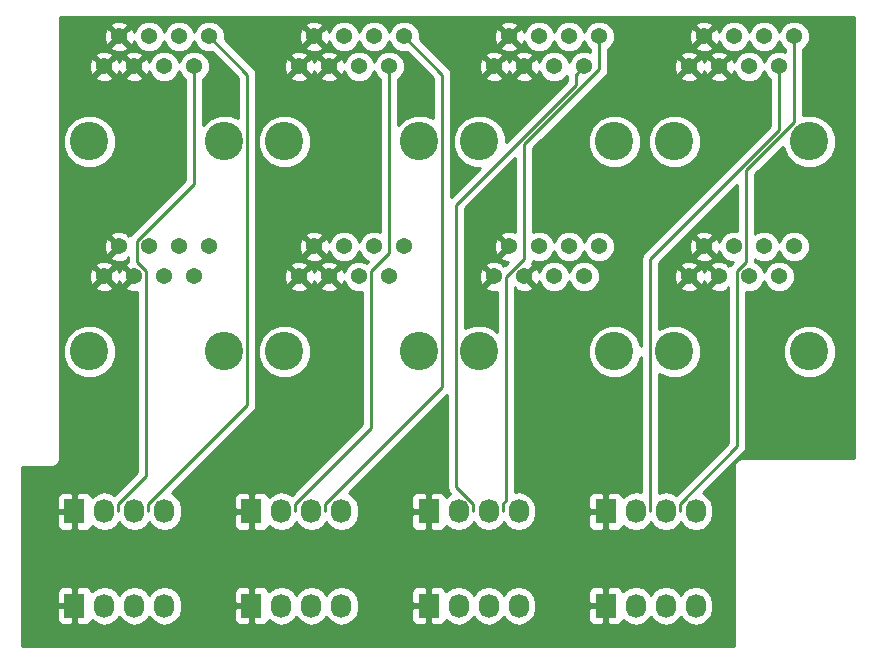
<source format=gbr>
G04 #@! TF.FileFunction,Copper,L1,Top,Signal*
%FSLAX46Y46*%
G04 Gerber Fmt 4.6, Leading zero omitted, Abs format (unit mm)*
G04 Created by KiCad (PCBNEW (2015-05-26 BZR 5680)-product) date Wednesday, May 27, 2015 'AMt' 09:24:48 AM*
%MOMM*%
G01*
G04 APERTURE LIST*
%ADD10C,0.100000*%
%ADD11R,1.727200X2.032000*%
%ADD12O,1.727200X2.032000*%
%ADD13C,1.371600*%
%ADD14C,3.250000*%
%ADD15C,0.250000*%
%ADD16C,0.254000*%
G04 APERTURE END LIST*
D10*
D11*
X189780000Y-136270000D03*
D12*
X192320000Y-136270000D03*
X194860000Y-136270000D03*
X197400000Y-136270000D03*
D11*
X174780000Y-136270000D03*
D12*
X177320000Y-136270000D03*
X179860000Y-136270000D03*
X182400000Y-136270000D03*
D11*
X159780000Y-136270000D03*
D12*
X162320000Y-136270000D03*
X164860000Y-136270000D03*
X167400000Y-136270000D03*
D11*
X144780000Y-136270000D03*
D12*
X147320000Y-136270000D03*
X149860000Y-136270000D03*
X152400000Y-136270000D03*
D11*
X189780000Y-128270000D03*
D12*
X192320000Y-128270000D03*
X194860000Y-128270000D03*
X197400000Y-128270000D03*
D11*
X174780000Y-128270000D03*
D12*
X177320000Y-128270000D03*
X179860000Y-128270000D03*
X182400000Y-128270000D03*
D11*
X159780000Y-128270000D03*
D12*
X162320000Y-128270000D03*
X164860000Y-128270000D03*
X167400000Y-128270000D03*
D11*
X189780000Y-136270000D03*
D12*
X192320000Y-136270000D03*
X194860000Y-136270000D03*
X197400000Y-136270000D03*
D11*
X174780000Y-136270000D03*
D12*
X177320000Y-136270000D03*
X179860000Y-136270000D03*
X182400000Y-136270000D03*
D11*
X159780000Y-136270000D03*
D12*
X162320000Y-136270000D03*
X164860000Y-136270000D03*
X167400000Y-136270000D03*
D11*
X144780000Y-136270000D03*
D12*
X147320000Y-136270000D03*
X149860000Y-136270000D03*
X152400000Y-136270000D03*
D11*
X189780000Y-128270000D03*
D12*
X192320000Y-128270000D03*
X194860000Y-128270000D03*
X197400000Y-128270000D03*
D11*
X174780000Y-128270000D03*
D12*
X177320000Y-128270000D03*
X179860000Y-128270000D03*
X182400000Y-128270000D03*
D11*
X159780000Y-128270000D03*
D12*
X162320000Y-128270000D03*
X164860000Y-128270000D03*
X167400000Y-128270000D03*
D11*
X189780000Y-136270000D03*
D12*
X192320000Y-136270000D03*
X194860000Y-136270000D03*
X197400000Y-136270000D03*
D11*
X174780000Y-136270000D03*
D12*
X177320000Y-136270000D03*
X179860000Y-136270000D03*
X182400000Y-136270000D03*
D11*
X159780000Y-136270000D03*
D12*
X162320000Y-136270000D03*
X164860000Y-136270000D03*
X167400000Y-136270000D03*
D11*
X144780000Y-136270000D03*
D12*
X147320000Y-136270000D03*
X149860000Y-136270000D03*
X152400000Y-136270000D03*
D11*
X189780000Y-128270000D03*
D12*
X192320000Y-128270000D03*
X194860000Y-128270000D03*
X197400000Y-128270000D03*
D11*
X174780000Y-128270000D03*
D12*
X177320000Y-128270000D03*
X179860000Y-128270000D03*
X182400000Y-128270000D03*
D11*
X159780000Y-128270000D03*
D12*
X162320000Y-128270000D03*
X164860000Y-128270000D03*
X167400000Y-128270000D03*
D11*
X189780000Y-136270000D03*
D12*
X192320000Y-136270000D03*
X194860000Y-136270000D03*
X197400000Y-136270000D03*
D11*
X174780000Y-136270000D03*
D12*
X177320000Y-136270000D03*
X179860000Y-136270000D03*
X182400000Y-136270000D03*
D11*
X159780000Y-136270000D03*
D12*
X162320000Y-136270000D03*
X164860000Y-136270000D03*
X167400000Y-136270000D03*
D11*
X144780000Y-136270000D03*
D12*
X147320000Y-136270000D03*
X149860000Y-136270000D03*
X152400000Y-136270000D03*
D11*
X189780000Y-128270000D03*
D12*
X192320000Y-128270000D03*
X194860000Y-128270000D03*
X197400000Y-128270000D03*
D11*
X174780000Y-128270000D03*
D12*
X177320000Y-128270000D03*
X179860000Y-128270000D03*
X182400000Y-128270000D03*
D11*
X159780000Y-128270000D03*
D12*
X162320000Y-128270000D03*
X164860000Y-128270000D03*
X167400000Y-128270000D03*
D11*
X189780000Y-136270000D03*
D12*
X192320000Y-136270000D03*
X194860000Y-136270000D03*
X197400000Y-136270000D03*
D11*
X174780000Y-136270000D03*
D12*
X177320000Y-136270000D03*
X179860000Y-136270000D03*
X182400000Y-136270000D03*
D11*
X159780000Y-136270000D03*
D12*
X162320000Y-136270000D03*
X164860000Y-136270000D03*
X167400000Y-136270000D03*
D11*
X144780000Y-136270000D03*
D12*
X147320000Y-136270000D03*
X149860000Y-136270000D03*
X152400000Y-136270000D03*
D11*
X189780000Y-128270000D03*
D12*
X192320000Y-128270000D03*
X194860000Y-128270000D03*
X197400000Y-128270000D03*
D11*
X174780000Y-128270000D03*
D12*
X177320000Y-128270000D03*
X179860000Y-128270000D03*
X182400000Y-128270000D03*
D11*
X159780000Y-128270000D03*
D12*
X162320000Y-128270000D03*
X164860000Y-128270000D03*
X167400000Y-128270000D03*
D11*
X189780000Y-136270000D03*
D12*
X192320000Y-136270000D03*
X194860000Y-136270000D03*
X197400000Y-136270000D03*
D11*
X174780000Y-136270000D03*
D12*
X177320000Y-136270000D03*
X179860000Y-136270000D03*
X182400000Y-136270000D03*
D11*
X159780000Y-136270000D03*
D12*
X162320000Y-136270000D03*
X164860000Y-136270000D03*
X167400000Y-136270000D03*
D11*
X144780000Y-136270000D03*
D12*
X147320000Y-136270000D03*
X149860000Y-136270000D03*
X152400000Y-136270000D03*
D11*
X189780000Y-128270000D03*
D12*
X192320000Y-128270000D03*
X194860000Y-128270000D03*
X197400000Y-128270000D03*
D11*
X174780000Y-128270000D03*
D12*
X177320000Y-128270000D03*
X179860000Y-128270000D03*
X182400000Y-128270000D03*
D11*
X159780000Y-128270000D03*
D12*
X162320000Y-128270000D03*
X164860000Y-128270000D03*
X167400000Y-128270000D03*
D11*
X189780000Y-136270000D03*
D12*
X192320000Y-136270000D03*
X194860000Y-136270000D03*
X197400000Y-136270000D03*
D11*
X174780000Y-136270000D03*
D12*
X177320000Y-136270000D03*
X179860000Y-136270000D03*
X182400000Y-136270000D03*
D11*
X159780000Y-136270000D03*
D12*
X162320000Y-136270000D03*
X164860000Y-136270000D03*
X167400000Y-136270000D03*
D11*
X144780000Y-136270000D03*
D12*
X147320000Y-136270000D03*
X149860000Y-136270000D03*
X152400000Y-136270000D03*
D11*
X189780000Y-128270000D03*
D12*
X192320000Y-128270000D03*
X194860000Y-128270000D03*
X197400000Y-128270000D03*
D11*
X174780000Y-128270000D03*
D12*
X177320000Y-128270000D03*
X179860000Y-128270000D03*
X182400000Y-128270000D03*
D11*
X159780000Y-128270000D03*
D12*
X162320000Y-128270000D03*
X164860000Y-128270000D03*
X167400000Y-128270000D03*
D11*
X189780000Y-136270000D03*
D12*
X192320000Y-136270000D03*
X194860000Y-136270000D03*
X197400000Y-136270000D03*
D11*
X174780000Y-136270000D03*
D12*
X177320000Y-136270000D03*
X179860000Y-136270000D03*
X182400000Y-136270000D03*
D11*
X159780000Y-136270000D03*
D12*
X162320000Y-136270000D03*
X164860000Y-136270000D03*
X167400000Y-136270000D03*
D11*
X144780000Y-136270000D03*
D12*
X147320000Y-136270000D03*
X149860000Y-136270000D03*
X152400000Y-136270000D03*
D11*
X189780000Y-128270000D03*
D12*
X192320000Y-128270000D03*
X194860000Y-128270000D03*
X197400000Y-128270000D03*
D11*
X174780000Y-128270000D03*
D12*
X177320000Y-128270000D03*
X179860000Y-128270000D03*
X182400000Y-128270000D03*
D11*
X159780000Y-128270000D03*
D12*
X162320000Y-128270000D03*
X164860000Y-128270000D03*
X167400000Y-128270000D03*
D11*
X144780000Y-128270000D03*
D12*
X147320000Y-128270000D03*
X149860000Y-128270000D03*
X152400000Y-128270000D03*
D13*
X156210000Y-88070000D03*
X153670000Y-88070000D03*
X147320000Y-90610000D03*
X148590000Y-88070000D03*
X149860000Y-90610000D03*
X151130000Y-88070000D03*
X152400000Y-90610000D03*
X154940000Y-90610000D03*
D14*
X146050000Y-96960000D03*
X157480000Y-96960000D03*
D11*
X144780000Y-128270000D03*
D12*
X147320000Y-128270000D03*
X149860000Y-128270000D03*
X152400000Y-128270000D03*
D11*
X144780000Y-128270000D03*
D12*
X147320000Y-128270000D03*
X149860000Y-128270000D03*
X152400000Y-128270000D03*
D11*
X144780000Y-128270000D03*
D12*
X147320000Y-128270000D03*
X149860000Y-128270000D03*
X152400000Y-128270000D03*
D11*
X144780000Y-128270000D03*
D12*
X147320000Y-128270000D03*
X149860000Y-128270000D03*
X152400000Y-128270000D03*
D11*
X144780000Y-128270000D03*
D12*
X147320000Y-128270000D03*
X149860000Y-128270000D03*
X152400000Y-128270000D03*
D11*
X144780000Y-128270000D03*
D12*
X147320000Y-128270000D03*
X149860000Y-128270000D03*
X152400000Y-128270000D03*
D11*
X144780000Y-128270000D03*
D12*
X147320000Y-128270000D03*
X149860000Y-128270000D03*
X152400000Y-128270000D03*
D13*
X172720000Y-88070000D03*
X170180000Y-88070000D03*
X163830000Y-90610000D03*
X165100000Y-88070000D03*
X166370000Y-90610000D03*
X167640000Y-88070000D03*
X168910000Y-90610000D03*
X171450000Y-90610000D03*
D14*
X162560000Y-96960000D03*
X173990000Y-96960000D03*
D13*
X189230000Y-88070000D03*
X186690000Y-88070000D03*
X180340000Y-90610000D03*
X181610000Y-88070000D03*
X182880000Y-90610000D03*
X184150000Y-88070000D03*
X185420000Y-90610000D03*
X187960000Y-90610000D03*
D14*
X179070000Y-96960000D03*
X190500000Y-96960000D03*
D13*
X205740000Y-88070000D03*
X203200000Y-88070000D03*
X196850000Y-90610000D03*
X198120000Y-88070000D03*
X199390000Y-90610000D03*
X200660000Y-88070000D03*
X201930000Y-90610000D03*
X204470000Y-90610000D03*
D14*
X195580000Y-96960000D03*
X207010000Y-96960000D03*
D13*
X156210000Y-105850000D03*
X153670000Y-105850000D03*
X147320000Y-108390000D03*
X148590000Y-105850000D03*
X149860000Y-108390000D03*
X151130000Y-105850000D03*
X152400000Y-108390000D03*
X154940000Y-108390000D03*
D14*
X146050000Y-114740000D03*
X157480000Y-114740000D03*
D13*
X172720000Y-105850000D03*
X170180000Y-105850000D03*
X163830000Y-108390000D03*
X165100000Y-105850000D03*
X166370000Y-108390000D03*
X167640000Y-105850000D03*
X168910000Y-108390000D03*
X171450000Y-108390000D03*
D14*
X162560000Y-114740000D03*
X173990000Y-114740000D03*
D13*
X189230000Y-105850000D03*
X186690000Y-105850000D03*
X180340000Y-108390000D03*
X181610000Y-105850000D03*
X182880000Y-108390000D03*
X184150000Y-105850000D03*
X185420000Y-108390000D03*
X187960000Y-108390000D03*
D14*
X179070000Y-114740000D03*
X190500000Y-114740000D03*
D13*
X205740000Y-105850000D03*
X203200000Y-105850000D03*
X196850000Y-108390000D03*
X198120000Y-105850000D03*
X199390000Y-108390000D03*
X200660000Y-105850000D03*
X201930000Y-108390000D03*
X204470000Y-108390000D03*
D14*
X195580000Y-114740000D03*
X207010000Y-114740000D03*
D15*
X154940000Y-90610000D02*
X154940000Y-100544014D01*
X154940000Y-100544014D02*
X150119199Y-105364815D01*
X150119199Y-105364815D02*
X150119199Y-107153213D01*
X150119199Y-107153213D02*
X150870801Y-107904815D01*
X150870801Y-107904815D02*
X150870801Y-125263071D01*
X150870801Y-125263071D02*
X148508610Y-127625262D01*
X148508610Y-127625262D02*
X148508610Y-128270000D01*
X156210000Y-88070000D02*
X159430001Y-91290001D01*
X159430001Y-91290001D02*
X159430001Y-119243871D01*
X159430001Y-119243871D02*
X151048610Y-127625262D01*
X151048610Y-127625262D02*
X151048610Y-128270000D01*
X171450000Y-90610000D02*
X171450000Y-106375616D01*
X171450000Y-106375616D02*
X169920801Y-107904815D01*
X169920801Y-107904815D02*
X169920801Y-121213071D01*
X169920801Y-121213071D02*
X163508610Y-127625262D01*
X163508610Y-127625262D02*
X163508610Y-128270000D01*
X172720000Y-88070000D02*
X175940001Y-91290001D01*
X175940001Y-91290001D02*
X175940001Y-117733871D01*
X175940001Y-117733871D02*
X166048610Y-127625262D01*
X166048610Y-127625262D02*
X166048610Y-128270000D01*
X187960000Y-90610000D02*
X187274201Y-91295799D01*
X187274201Y-91295799D02*
X187274201Y-92155375D01*
X187274201Y-92155375D02*
X177119999Y-102309577D01*
X177119999Y-102309577D02*
X177119999Y-126236651D01*
X177119999Y-126236651D02*
X178508610Y-127625262D01*
X178508610Y-127625262D02*
X178508610Y-128270000D01*
X189230000Y-88070000D02*
X189230000Y-90835986D01*
X189230000Y-90835986D02*
X182880000Y-97185986D01*
X182880000Y-97185986D02*
X182880000Y-106894014D01*
X182880000Y-106894014D02*
X181350801Y-108423213D01*
X181350801Y-108423213D02*
X181350801Y-127323071D01*
X181350801Y-127323071D02*
X181048610Y-127625262D01*
X181048610Y-127625262D02*
X181048610Y-128270000D01*
X204470000Y-90610000D02*
X204470000Y-95977588D01*
X204470000Y-95977588D02*
X193508610Y-106938978D01*
X193508610Y-106938978D02*
X193508610Y-127625262D01*
X193508610Y-127625262D02*
X193508610Y-128270000D01*
X205740000Y-88070000D02*
X205740000Y-95343998D01*
X205740000Y-95343998D02*
X201670801Y-99413197D01*
X201670801Y-99413197D02*
X201670801Y-107153213D01*
X201670801Y-107153213D02*
X200919199Y-107904815D01*
X200919199Y-107904815D02*
X200919199Y-122754673D01*
X200919199Y-122754673D02*
X196048610Y-127625262D01*
X196048610Y-127625262D02*
X196048610Y-128270000D01*
D16*
G36*
X182120000Y-104629207D02*
X181799483Y-104516721D01*
X181274836Y-104545699D01*
X180924717Y-104690723D01*
X180864626Y-104925021D01*
X181610000Y-105670395D01*
X181624142Y-105656252D01*
X181803747Y-105835857D01*
X181789605Y-105850000D01*
X181803747Y-105864142D01*
X181624142Y-106043747D01*
X181610000Y-106029605D01*
X181430395Y-106209210D01*
X181430395Y-105850000D01*
X180685021Y-105104626D01*
X180450723Y-105164717D01*
X180276721Y-105660517D01*
X180305699Y-106185164D01*
X180450723Y-106535283D01*
X180685021Y-106595374D01*
X181430395Y-105850000D01*
X181430395Y-106209210D01*
X180864626Y-106774979D01*
X180924717Y-107009277D01*
X181420517Y-107183279D01*
X181521511Y-107177700D01*
X181275089Y-107424121D01*
X181200680Y-107349712D01*
X181085373Y-107465018D01*
X181025283Y-107230723D01*
X180529483Y-107056721D01*
X180004836Y-107085699D01*
X179654717Y-107230723D01*
X179594626Y-107465021D01*
X180340000Y-108210395D01*
X180354142Y-108196252D01*
X180533747Y-108375857D01*
X180519605Y-108390000D01*
X180533747Y-108404142D01*
X180354142Y-108583747D01*
X180340000Y-108569605D01*
X180160395Y-108749210D01*
X180160395Y-108390000D01*
X179415021Y-107644626D01*
X179180723Y-107704717D01*
X179006721Y-108200517D01*
X179035699Y-108725164D01*
X179180723Y-109075283D01*
X179415021Y-109135374D01*
X180160395Y-108390000D01*
X180160395Y-108749210D01*
X179594626Y-109314979D01*
X179654717Y-109549277D01*
X180150517Y-109723279D01*
X180590801Y-109698960D01*
X180590801Y-113064541D01*
X180351859Y-112825182D01*
X179521514Y-112480393D01*
X178622430Y-112479609D01*
X177879999Y-112786374D01*
X177879999Y-102624379D01*
X182120000Y-98384378D01*
X182120000Y-104629207D01*
X182120000Y-104629207D01*
G37*
X182120000Y-104629207D02*
X181799483Y-104516721D01*
X181274836Y-104545699D01*
X180924717Y-104690723D01*
X180864626Y-104925021D01*
X181610000Y-105670395D01*
X181624142Y-105656252D01*
X181803747Y-105835857D01*
X181789605Y-105850000D01*
X181803747Y-105864142D01*
X181624142Y-106043747D01*
X181610000Y-106029605D01*
X181430395Y-106209210D01*
X181430395Y-105850000D01*
X180685021Y-105104626D01*
X180450723Y-105164717D01*
X180276721Y-105660517D01*
X180305699Y-106185164D01*
X180450723Y-106535283D01*
X180685021Y-106595374D01*
X181430395Y-105850000D01*
X181430395Y-106209210D01*
X180864626Y-106774979D01*
X180924717Y-107009277D01*
X181420517Y-107183279D01*
X181521511Y-107177700D01*
X181275089Y-107424121D01*
X181200680Y-107349712D01*
X181085373Y-107465018D01*
X181025283Y-107230723D01*
X180529483Y-107056721D01*
X180004836Y-107085699D01*
X179654717Y-107230723D01*
X179594626Y-107465021D01*
X180340000Y-108210395D01*
X180354142Y-108196252D01*
X180533747Y-108375857D01*
X180519605Y-108390000D01*
X180533747Y-108404142D01*
X180354142Y-108583747D01*
X180340000Y-108569605D01*
X180160395Y-108749210D01*
X180160395Y-108390000D01*
X179415021Y-107644626D01*
X179180723Y-107704717D01*
X179006721Y-108200517D01*
X179035699Y-108725164D01*
X179180723Y-109075283D01*
X179415021Y-109135374D01*
X180160395Y-108390000D01*
X180160395Y-108749210D01*
X179594626Y-109314979D01*
X179654717Y-109549277D01*
X180150517Y-109723279D01*
X180590801Y-109698960D01*
X180590801Y-113064541D01*
X180351859Y-112825182D01*
X179521514Y-112480393D01*
X178622430Y-112479609D01*
X177879999Y-112786374D01*
X177879999Y-102624379D01*
X182120000Y-98384378D01*
X182120000Y-104629207D01*
G36*
X200910801Y-104529418D02*
X200398429Y-104528971D01*
X199912804Y-104729627D01*
X199540933Y-105100850D01*
X199396700Y-105448201D01*
X199279277Y-105164717D01*
X199044979Y-105104626D01*
X198865374Y-105284231D01*
X198865374Y-104925021D01*
X198805283Y-104690723D01*
X198309483Y-104516721D01*
X197784836Y-104545699D01*
X197434717Y-104690723D01*
X197374626Y-104925021D01*
X198120000Y-105670395D01*
X198865374Y-104925021D01*
X198865374Y-105284231D01*
X198299605Y-105850000D01*
X199044979Y-106595374D01*
X199279277Y-106535283D01*
X199387100Y-106228052D01*
X199539627Y-106597196D01*
X199910850Y-106969067D01*
X200396124Y-107170570D01*
X200578482Y-107170729D01*
X200381798Y-107367414D01*
X200336369Y-107435401D01*
X200250680Y-107349712D01*
X200135373Y-107465018D01*
X200075283Y-107230723D01*
X199579483Y-107056721D01*
X199054836Y-107085699D01*
X198865374Y-107164176D01*
X198865374Y-106774979D01*
X198120000Y-106029605D01*
X197940395Y-106209210D01*
X197940395Y-105850000D01*
X197195021Y-105104626D01*
X196960723Y-105164717D01*
X196786721Y-105660517D01*
X196815699Y-106185164D01*
X196960723Y-106535283D01*
X197195021Y-106595374D01*
X197940395Y-105850000D01*
X197940395Y-106209210D01*
X197374626Y-106774979D01*
X197434717Y-107009277D01*
X197930517Y-107183279D01*
X198455164Y-107154301D01*
X198805283Y-107009277D01*
X198865374Y-106774979D01*
X198865374Y-107164176D01*
X198704717Y-107230723D01*
X198644626Y-107465021D01*
X199390000Y-108210395D01*
X199404142Y-108196252D01*
X199583747Y-108375857D01*
X199569605Y-108390000D01*
X199583747Y-108404142D01*
X199404142Y-108583747D01*
X199390000Y-108569605D01*
X199210395Y-108749210D01*
X199210395Y-108390000D01*
X198465021Y-107644626D01*
X198230723Y-107704717D01*
X198129154Y-107994126D01*
X198009277Y-107704717D01*
X197774979Y-107644626D01*
X197595374Y-107824231D01*
X197595374Y-107465021D01*
X197535283Y-107230723D01*
X197039483Y-107056721D01*
X196514836Y-107085699D01*
X196164717Y-107230723D01*
X196104626Y-107465021D01*
X196850000Y-108210395D01*
X197595374Y-107465021D01*
X197595374Y-107824231D01*
X197029605Y-108390000D01*
X197774979Y-109135374D01*
X198009277Y-109075283D01*
X198110845Y-108785873D01*
X198230723Y-109075283D01*
X198465021Y-109135374D01*
X199210395Y-108390000D01*
X199210395Y-108749210D01*
X198644626Y-109314979D01*
X198704717Y-109549277D01*
X199200517Y-109723279D01*
X199725164Y-109694301D01*
X200075283Y-109549277D01*
X200135373Y-109314981D01*
X200135374Y-109314982D01*
X200159199Y-109338807D01*
X200159199Y-122439871D01*
X200135374Y-122463695D01*
X195712147Y-126886922D01*
X195433489Y-126700729D01*
X194860000Y-126586655D01*
X194286511Y-126700729D01*
X194268610Y-126712690D01*
X194268610Y-116625235D01*
X194298141Y-116654818D01*
X195128486Y-116999607D01*
X196027570Y-117000391D01*
X196858515Y-116657052D01*
X197494818Y-116021859D01*
X197839607Y-115191514D01*
X197840391Y-114292430D01*
X197595374Y-113699442D01*
X197595374Y-109314979D01*
X196850000Y-108569605D01*
X196670395Y-108749210D01*
X196670395Y-108390000D01*
X195925021Y-107644626D01*
X195690723Y-107704717D01*
X195516721Y-108200517D01*
X195545699Y-108725164D01*
X195690723Y-109075283D01*
X195925021Y-109135374D01*
X196670395Y-108390000D01*
X196670395Y-108749210D01*
X196104626Y-109314979D01*
X196164717Y-109549277D01*
X196660517Y-109723279D01*
X197185164Y-109694301D01*
X197535283Y-109549277D01*
X197595374Y-109314979D01*
X197595374Y-113699442D01*
X197497052Y-113461485D01*
X196861859Y-112825182D01*
X196031514Y-112480393D01*
X195132430Y-112479609D01*
X194301485Y-112822948D01*
X194268610Y-112855765D01*
X194268610Y-107253780D01*
X200910801Y-100611589D01*
X200910801Y-104529418D01*
X200910801Y-104529418D01*
G37*
X200910801Y-104529418D02*
X200398429Y-104528971D01*
X199912804Y-104729627D01*
X199540933Y-105100850D01*
X199396700Y-105448201D01*
X199279277Y-105164717D01*
X199044979Y-105104626D01*
X198865374Y-105284231D01*
X198865374Y-104925021D01*
X198805283Y-104690723D01*
X198309483Y-104516721D01*
X197784836Y-104545699D01*
X197434717Y-104690723D01*
X197374626Y-104925021D01*
X198120000Y-105670395D01*
X198865374Y-104925021D01*
X198865374Y-105284231D01*
X198299605Y-105850000D01*
X199044979Y-106595374D01*
X199279277Y-106535283D01*
X199387100Y-106228052D01*
X199539627Y-106597196D01*
X199910850Y-106969067D01*
X200396124Y-107170570D01*
X200578482Y-107170729D01*
X200381798Y-107367414D01*
X200336369Y-107435401D01*
X200250680Y-107349712D01*
X200135373Y-107465018D01*
X200075283Y-107230723D01*
X199579483Y-107056721D01*
X199054836Y-107085699D01*
X198865374Y-107164176D01*
X198865374Y-106774979D01*
X198120000Y-106029605D01*
X197940395Y-106209210D01*
X197940395Y-105850000D01*
X197195021Y-105104626D01*
X196960723Y-105164717D01*
X196786721Y-105660517D01*
X196815699Y-106185164D01*
X196960723Y-106535283D01*
X197195021Y-106595374D01*
X197940395Y-105850000D01*
X197940395Y-106209210D01*
X197374626Y-106774979D01*
X197434717Y-107009277D01*
X197930517Y-107183279D01*
X198455164Y-107154301D01*
X198805283Y-107009277D01*
X198865374Y-106774979D01*
X198865374Y-107164176D01*
X198704717Y-107230723D01*
X198644626Y-107465021D01*
X199390000Y-108210395D01*
X199404142Y-108196252D01*
X199583747Y-108375857D01*
X199569605Y-108390000D01*
X199583747Y-108404142D01*
X199404142Y-108583747D01*
X199390000Y-108569605D01*
X199210395Y-108749210D01*
X199210395Y-108390000D01*
X198465021Y-107644626D01*
X198230723Y-107704717D01*
X198129154Y-107994126D01*
X198009277Y-107704717D01*
X197774979Y-107644626D01*
X197595374Y-107824231D01*
X197595374Y-107465021D01*
X197535283Y-107230723D01*
X197039483Y-107056721D01*
X196514836Y-107085699D01*
X196164717Y-107230723D01*
X196104626Y-107465021D01*
X196850000Y-108210395D01*
X197595374Y-107465021D01*
X197595374Y-107824231D01*
X197029605Y-108390000D01*
X197774979Y-109135374D01*
X198009277Y-109075283D01*
X198110845Y-108785873D01*
X198230723Y-109075283D01*
X198465021Y-109135374D01*
X199210395Y-108390000D01*
X199210395Y-108749210D01*
X198644626Y-109314979D01*
X198704717Y-109549277D01*
X199200517Y-109723279D01*
X199725164Y-109694301D01*
X200075283Y-109549277D01*
X200135373Y-109314981D01*
X200135374Y-109314982D01*
X200159199Y-109338807D01*
X200159199Y-122439871D01*
X200135374Y-122463695D01*
X195712147Y-126886922D01*
X195433489Y-126700729D01*
X194860000Y-126586655D01*
X194286511Y-126700729D01*
X194268610Y-126712690D01*
X194268610Y-116625235D01*
X194298141Y-116654818D01*
X195128486Y-116999607D01*
X196027570Y-117000391D01*
X196858515Y-116657052D01*
X197494818Y-116021859D01*
X197839607Y-115191514D01*
X197840391Y-114292430D01*
X197595374Y-113699442D01*
X197595374Y-109314979D01*
X196850000Y-108569605D01*
X196670395Y-108749210D01*
X196670395Y-108390000D01*
X195925021Y-107644626D01*
X195690723Y-107704717D01*
X195516721Y-108200517D01*
X195545699Y-108725164D01*
X195690723Y-109075283D01*
X195925021Y-109135374D01*
X196670395Y-108390000D01*
X196670395Y-108749210D01*
X196104626Y-109314979D01*
X196164717Y-109549277D01*
X196660517Y-109723279D01*
X197185164Y-109694301D01*
X197535283Y-109549277D01*
X197595374Y-109314979D01*
X197595374Y-113699442D01*
X197497052Y-113461485D01*
X196861859Y-112825182D01*
X196031514Y-112480393D01*
X195132430Y-112479609D01*
X194301485Y-112822948D01*
X194268610Y-112855765D01*
X194268610Y-107253780D01*
X200910801Y-100611589D01*
X200910801Y-104529418D01*
G36*
X210770000Y-123775000D02*
X209270391Y-123775000D01*
X209270391Y-114292430D01*
X209270391Y-96512430D01*
X208927052Y-95681485D01*
X208291859Y-95045182D01*
X207461514Y-94700393D01*
X206562430Y-94699609D01*
X206500000Y-94725404D01*
X206500000Y-89177591D01*
X206859067Y-88819150D01*
X207060570Y-88333876D01*
X207061029Y-87808429D01*
X206860373Y-87322804D01*
X206489150Y-86950933D01*
X206003876Y-86749430D01*
X205478429Y-86748971D01*
X204992804Y-86949627D01*
X204620933Y-87320850D01*
X204469877Y-87684632D01*
X204320373Y-87322804D01*
X203949150Y-86950933D01*
X203463876Y-86749430D01*
X202938429Y-86748971D01*
X202452804Y-86949627D01*
X202080933Y-87320850D01*
X201929877Y-87684632D01*
X201780373Y-87322804D01*
X201409150Y-86950933D01*
X200923876Y-86749430D01*
X200398429Y-86748971D01*
X199912804Y-86949627D01*
X199540933Y-87320850D01*
X199396700Y-87668201D01*
X199279277Y-87384717D01*
X199044979Y-87324626D01*
X198865374Y-87504231D01*
X198865374Y-87145021D01*
X198805283Y-86910723D01*
X198309483Y-86736721D01*
X197784836Y-86765699D01*
X197434717Y-86910723D01*
X197374626Y-87145021D01*
X198120000Y-87890395D01*
X198865374Y-87145021D01*
X198865374Y-87504231D01*
X198299605Y-88070000D01*
X199044979Y-88815374D01*
X199279277Y-88755283D01*
X199387100Y-88448052D01*
X199539627Y-88817196D01*
X199910850Y-89189067D01*
X200396124Y-89390570D01*
X200921571Y-89391029D01*
X201407196Y-89190373D01*
X201779067Y-88819150D01*
X201930122Y-88455367D01*
X202079627Y-88817196D01*
X202450850Y-89189067D01*
X202936124Y-89390570D01*
X203461571Y-89391029D01*
X203947196Y-89190373D01*
X204319067Y-88819150D01*
X204470122Y-88455367D01*
X204619627Y-88817196D01*
X204980000Y-89178198D01*
X204980000Y-89391629D01*
X204733876Y-89289430D01*
X204208429Y-89288971D01*
X203722804Y-89489627D01*
X203350933Y-89860850D01*
X203199877Y-90224632D01*
X203050373Y-89862804D01*
X202679150Y-89490933D01*
X202193876Y-89289430D01*
X201668429Y-89288971D01*
X201182804Y-89489627D01*
X200810933Y-89860850D01*
X200666700Y-90208201D01*
X200549277Y-89924717D01*
X200314979Y-89864626D01*
X200135374Y-90044231D01*
X200135374Y-89685021D01*
X200075283Y-89450723D01*
X199579483Y-89276721D01*
X199054836Y-89305699D01*
X198865374Y-89384176D01*
X198865374Y-88994979D01*
X198120000Y-88249605D01*
X197940395Y-88429210D01*
X197940395Y-88070000D01*
X197195021Y-87324626D01*
X196960723Y-87384717D01*
X196786721Y-87880517D01*
X196815699Y-88405164D01*
X196960723Y-88755283D01*
X197195021Y-88815374D01*
X197940395Y-88070000D01*
X197940395Y-88429210D01*
X197374626Y-88994979D01*
X197434717Y-89229277D01*
X197930517Y-89403279D01*
X198455164Y-89374301D01*
X198805283Y-89229277D01*
X198865374Y-88994979D01*
X198865374Y-89384176D01*
X198704717Y-89450723D01*
X198644626Y-89685021D01*
X199390000Y-90430395D01*
X200135374Y-89685021D01*
X200135374Y-90044231D01*
X199569605Y-90610000D01*
X200314979Y-91355374D01*
X200549277Y-91295283D01*
X200657100Y-90988052D01*
X200809627Y-91357196D01*
X201180850Y-91729067D01*
X201666124Y-91930570D01*
X202191571Y-91931029D01*
X202677196Y-91730373D01*
X203049067Y-91359150D01*
X203200122Y-90995367D01*
X203349627Y-91357196D01*
X203710000Y-91718198D01*
X203710000Y-95662786D01*
X200135374Y-99237412D01*
X200135374Y-91534979D01*
X199390000Y-90789605D01*
X199210395Y-90969210D01*
X199210395Y-90610000D01*
X198465021Y-89864626D01*
X198230723Y-89924717D01*
X198129154Y-90214126D01*
X198009277Y-89924717D01*
X197774979Y-89864626D01*
X197595374Y-90044231D01*
X197595374Y-89685021D01*
X197535283Y-89450723D01*
X197039483Y-89276721D01*
X196514836Y-89305699D01*
X196164717Y-89450723D01*
X196104626Y-89685021D01*
X196850000Y-90430395D01*
X197595374Y-89685021D01*
X197595374Y-90044231D01*
X197029605Y-90610000D01*
X197774979Y-91355374D01*
X198009277Y-91295283D01*
X198110845Y-91005873D01*
X198230723Y-91295283D01*
X198465021Y-91355374D01*
X199210395Y-90610000D01*
X199210395Y-90969210D01*
X198644626Y-91534979D01*
X198704717Y-91769277D01*
X199200517Y-91943279D01*
X199725164Y-91914301D01*
X200075283Y-91769277D01*
X200135374Y-91534979D01*
X200135374Y-99237412D01*
X197840391Y-101532395D01*
X197840391Y-96512430D01*
X197595374Y-95919442D01*
X197595374Y-91534979D01*
X196850000Y-90789605D01*
X196670395Y-90969210D01*
X196670395Y-90610000D01*
X195925021Y-89864626D01*
X195690723Y-89924717D01*
X195516721Y-90420517D01*
X195545699Y-90945164D01*
X195690723Y-91295283D01*
X195925021Y-91355374D01*
X196670395Y-90610000D01*
X196670395Y-90969210D01*
X196104626Y-91534979D01*
X196164717Y-91769277D01*
X196660517Y-91943279D01*
X197185164Y-91914301D01*
X197535283Y-91769277D01*
X197595374Y-91534979D01*
X197595374Y-95919442D01*
X197497052Y-95681485D01*
X196861859Y-95045182D01*
X196031514Y-94700393D01*
X195132430Y-94699609D01*
X194301485Y-95042948D01*
X193665182Y-95678141D01*
X193320393Y-96508486D01*
X193319609Y-97407570D01*
X193662948Y-98238515D01*
X194298141Y-98874818D01*
X195128486Y-99219607D01*
X196027570Y-99220391D01*
X196858515Y-98877052D01*
X197494818Y-98241859D01*
X197839607Y-97411514D01*
X197840391Y-96512430D01*
X197840391Y-101532395D01*
X192971209Y-106401577D01*
X192806462Y-106648139D01*
X192760391Y-106879751D01*
X192760391Y-96512430D01*
X192417052Y-95681485D01*
X191781859Y-95045182D01*
X190951514Y-94700393D01*
X190052430Y-94699609D01*
X189221485Y-95042948D01*
X188585182Y-95678141D01*
X188240393Y-96508486D01*
X188239609Y-97407570D01*
X188582948Y-98238515D01*
X189218141Y-98874818D01*
X190048486Y-99219607D01*
X190947570Y-99220391D01*
X191778515Y-98877052D01*
X192414818Y-98241859D01*
X192759607Y-97411514D01*
X192760391Y-96512430D01*
X192760391Y-106879751D01*
X192748610Y-106938978D01*
X192748610Y-114263917D01*
X192417052Y-113461485D01*
X191781859Y-112825182D01*
X190951514Y-112480393D01*
X190551029Y-112480043D01*
X190551029Y-105588429D01*
X190350373Y-105102804D01*
X189979150Y-104730933D01*
X189493876Y-104529430D01*
X188968429Y-104528971D01*
X188482804Y-104729627D01*
X188110933Y-105100850D01*
X187959877Y-105464632D01*
X187810373Y-105102804D01*
X187439150Y-104730933D01*
X186953876Y-104529430D01*
X186428429Y-104528971D01*
X185942804Y-104729627D01*
X185570933Y-105100850D01*
X185419877Y-105464632D01*
X185270373Y-105102804D01*
X184899150Y-104730933D01*
X184413876Y-104529430D01*
X183888429Y-104528971D01*
X183640000Y-104631619D01*
X183640000Y-97500788D01*
X189767401Y-91373387D01*
X189932148Y-91126825D01*
X189990000Y-90835986D01*
X189990000Y-89177591D01*
X190349067Y-88819150D01*
X190550570Y-88333876D01*
X190551029Y-87808429D01*
X190350373Y-87322804D01*
X189979150Y-86950933D01*
X189493876Y-86749430D01*
X188968429Y-86748971D01*
X188482804Y-86949627D01*
X188110933Y-87320850D01*
X187959877Y-87684632D01*
X187810373Y-87322804D01*
X187439150Y-86950933D01*
X186953876Y-86749430D01*
X186428429Y-86748971D01*
X185942804Y-86949627D01*
X185570933Y-87320850D01*
X185419877Y-87684632D01*
X185270373Y-87322804D01*
X184899150Y-86950933D01*
X184413876Y-86749430D01*
X183888429Y-86748971D01*
X183402804Y-86949627D01*
X183030933Y-87320850D01*
X182886700Y-87668201D01*
X182769277Y-87384717D01*
X182534979Y-87324626D01*
X182355374Y-87504231D01*
X182355374Y-87145021D01*
X182295283Y-86910723D01*
X181799483Y-86736721D01*
X181274836Y-86765699D01*
X180924717Y-86910723D01*
X180864626Y-87145021D01*
X181610000Y-87890395D01*
X182355374Y-87145021D01*
X182355374Y-87504231D01*
X181789605Y-88070000D01*
X182534979Y-88815374D01*
X182769277Y-88755283D01*
X182877100Y-88448052D01*
X183029627Y-88817196D01*
X183400850Y-89189067D01*
X183886124Y-89390570D01*
X184411571Y-89391029D01*
X184897196Y-89190373D01*
X185269067Y-88819150D01*
X185420122Y-88455367D01*
X185569627Y-88817196D01*
X185940850Y-89189067D01*
X186426124Y-89390570D01*
X186951571Y-89391029D01*
X187437196Y-89190373D01*
X187809067Y-88819150D01*
X187960122Y-88455367D01*
X188109627Y-88817196D01*
X188470000Y-89178198D01*
X188470000Y-89391629D01*
X188223876Y-89289430D01*
X187698429Y-89288971D01*
X187212804Y-89489627D01*
X186840933Y-89860850D01*
X186689877Y-90224632D01*
X186540373Y-89862804D01*
X186169150Y-89490933D01*
X185683876Y-89289430D01*
X185158429Y-89288971D01*
X184672804Y-89489627D01*
X184300933Y-89860850D01*
X184156700Y-90208201D01*
X184039277Y-89924717D01*
X183804979Y-89864626D01*
X183625374Y-90044231D01*
X183625374Y-89685021D01*
X183565283Y-89450723D01*
X183069483Y-89276721D01*
X182544836Y-89305699D01*
X182355374Y-89384176D01*
X182355374Y-88994979D01*
X181610000Y-88249605D01*
X181430395Y-88429210D01*
X181430395Y-88070000D01*
X180685021Y-87324626D01*
X180450723Y-87384717D01*
X180276721Y-87880517D01*
X180305699Y-88405164D01*
X180450723Y-88755283D01*
X180685021Y-88815374D01*
X181430395Y-88070000D01*
X181430395Y-88429210D01*
X180864626Y-88994979D01*
X180924717Y-89229277D01*
X181420517Y-89403279D01*
X181945164Y-89374301D01*
X182295283Y-89229277D01*
X182355374Y-88994979D01*
X182355374Y-89384176D01*
X182194717Y-89450723D01*
X182134626Y-89685021D01*
X182880000Y-90430395D01*
X183625374Y-89685021D01*
X183625374Y-90044231D01*
X183059605Y-90610000D01*
X183804979Y-91355374D01*
X184039277Y-91295283D01*
X184147100Y-90988052D01*
X184299627Y-91357196D01*
X184670850Y-91729067D01*
X185156124Y-91930570D01*
X185681571Y-91931029D01*
X186167196Y-91730373D01*
X186514201Y-91383972D01*
X186514201Y-91840573D01*
X183625374Y-94729399D01*
X183625374Y-91534979D01*
X182880000Y-90789605D01*
X182700395Y-90969210D01*
X182700395Y-90610000D01*
X181955021Y-89864626D01*
X181720723Y-89924717D01*
X181619154Y-90214126D01*
X181499277Y-89924717D01*
X181264979Y-89864626D01*
X181085374Y-90044231D01*
X181085374Y-89685021D01*
X181025283Y-89450723D01*
X180529483Y-89276721D01*
X180004836Y-89305699D01*
X179654717Y-89450723D01*
X179594626Y-89685021D01*
X180340000Y-90430395D01*
X181085374Y-89685021D01*
X181085374Y-90044231D01*
X180519605Y-90610000D01*
X181264979Y-91355374D01*
X181499277Y-91295283D01*
X181600845Y-91005873D01*
X181720723Y-91295283D01*
X181955021Y-91355374D01*
X182700395Y-90610000D01*
X182700395Y-90969210D01*
X182134626Y-91534979D01*
X182194717Y-91769277D01*
X182690517Y-91943279D01*
X183215164Y-91914301D01*
X183565283Y-91769277D01*
X183625374Y-91534979D01*
X183625374Y-94729399D01*
X181329944Y-97024829D01*
X181330391Y-96512430D01*
X181085374Y-95919442D01*
X181085374Y-91534979D01*
X180340000Y-90789605D01*
X180160395Y-90969210D01*
X180160395Y-90610000D01*
X179415021Y-89864626D01*
X179180723Y-89924717D01*
X179006721Y-90420517D01*
X179035699Y-90945164D01*
X179180723Y-91295283D01*
X179415021Y-91355374D01*
X180160395Y-90610000D01*
X180160395Y-90969210D01*
X179594626Y-91534979D01*
X179654717Y-91769277D01*
X180150517Y-91943279D01*
X180675164Y-91914301D01*
X181025283Y-91769277D01*
X181085374Y-91534979D01*
X181085374Y-95919442D01*
X180987052Y-95681485D01*
X180351859Y-95045182D01*
X179521514Y-94700393D01*
X178622430Y-94699609D01*
X177791485Y-95042948D01*
X177155182Y-95678141D01*
X176810393Y-96508486D01*
X176809609Y-97407570D01*
X177152948Y-98238515D01*
X177788141Y-98874818D01*
X178618486Y-99219607D01*
X179134716Y-99220057D01*
X176700001Y-101654773D01*
X176700001Y-91290001D01*
X176642149Y-90999162D01*
X176477402Y-90752600D01*
X174040585Y-88315783D01*
X174041029Y-87808429D01*
X173840373Y-87322804D01*
X173469150Y-86950933D01*
X172983876Y-86749430D01*
X172458429Y-86748971D01*
X171972804Y-86949627D01*
X171600933Y-87320850D01*
X171449877Y-87684632D01*
X171300373Y-87322804D01*
X170929150Y-86950933D01*
X170443876Y-86749430D01*
X169918429Y-86748971D01*
X169432804Y-86949627D01*
X169060933Y-87320850D01*
X168909877Y-87684632D01*
X168760373Y-87322804D01*
X168389150Y-86950933D01*
X167903876Y-86749430D01*
X167378429Y-86748971D01*
X166892804Y-86949627D01*
X166520933Y-87320850D01*
X166376700Y-87668201D01*
X166259277Y-87384717D01*
X166024979Y-87324626D01*
X165845374Y-87504231D01*
X165845374Y-87145021D01*
X165785283Y-86910723D01*
X165289483Y-86736721D01*
X164764836Y-86765699D01*
X164414717Y-86910723D01*
X164354626Y-87145021D01*
X165100000Y-87890395D01*
X165845374Y-87145021D01*
X165845374Y-87504231D01*
X165279605Y-88070000D01*
X166024979Y-88815374D01*
X166259277Y-88755283D01*
X166367100Y-88448052D01*
X166519627Y-88817196D01*
X166890850Y-89189067D01*
X167376124Y-89390570D01*
X167901571Y-89391029D01*
X168387196Y-89190373D01*
X168759067Y-88819150D01*
X168910122Y-88455367D01*
X169059627Y-88817196D01*
X169430850Y-89189067D01*
X169916124Y-89390570D01*
X170441571Y-89391029D01*
X170927196Y-89190373D01*
X171299067Y-88819150D01*
X171450122Y-88455367D01*
X171599627Y-88817196D01*
X171970850Y-89189067D01*
X172456124Y-89390570D01*
X172966213Y-89391015D01*
X175180001Y-91604803D01*
X175180001Y-95007039D01*
X174441514Y-94700393D01*
X173542430Y-94699609D01*
X172711485Y-95042948D01*
X172210000Y-95543558D01*
X172210000Y-91717591D01*
X172569067Y-91359150D01*
X172770570Y-90873876D01*
X172771029Y-90348429D01*
X172570373Y-89862804D01*
X172199150Y-89490933D01*
X171713876Y-89289430D01*
X171188429Y-89288971D01*
X170702804Y-89489627D01*
X170330933Y-89860850D01*
X170179877Y-90224632D01*
X170030373Y-89862804D01*
X169659150Y-89490933D01*
X169173876Y-89289430D01*
X168648429Y-89288971D01*
X168162804Y-89489627D01*
X167790933Y-89860850D01*
X167646700Y-90208201D01*
X167529277Y-89924717D01*
X167294979Y-89864626D01*
X167115374Y-90044231D01*
X167115374Y-89685021D01*
X167055283Y-89450723D01*
X166559483Y-89276721D01*
X166034836Y-89305699D01*
X165845374Y-89384176D01*
X165845374Y-88994979D01*
X165100000Y-88249605D01*
X164920395Y-88429210D01*
X164920395Y-88070000D01*
X164175021Y-87324626D01*
X163940723Y-87384717D01*
X163766721Y-87880517D01*
X163795699Y-88405164D01*
X163940723Y-88755283D01*
X164175021Y-88815374D01*
X164920395Y-88070000D01*
X164920395Y-88429210D01*
X164354626Y-88994979D01*
X164414717Y-89229277D01*
X164910517Y-89403279D01*
X165435164Y-89374301D01*
X165785283Y-89229277D01*
X165845374Y-88994979D01*
X165845374Y-89384176D01*
X165684717Y-89450723D01*
X165624626Y-89685021D01*
X166370000Y-90430395D01*
X167115374Y-89685021D01*
X167115374Y-90044231D01*
X166549605Y-90610000D01*
X167294979Y-91355374D01*
X167529277Y-91295283D01*
X167637100Y-90988052D01*
X167789627Y-91357196D01*
X168160850Y-91729067D01*
X168646124Y-91930570D01*
X169171571Y-91931029D01*
X169657196Y-91730373D01*
X170029067Y-91359150D01*
X170180122Y-90995367D01*
X170329627Y-91357196D01*
X170690000Y-91718198D01*
X170690000Y-104631629D01*
X170443876Y-104529430D01*
X169918429Y-104528971D01*
X169432804Y-104729627D01*
X169060933Y-105100850D01*
X168909877Y-105464632D01*
X168760373Y-105102804D01*
X168389150Y-104730933D01*
X167903876Y-104529430D01*
X167378429Y-104528971D01*
X167115374Y-104637663D01*
X167115374Y-91534979D01*
X166370000Y-90789605D01*
X166190395Y-90969210D01*
X166190395Y-90610000D01*
X165445021Y-89864626D01*
X165210723Y-89924717D01*
X165109154Y-90214126D01*
X164989277Y-89924717D01*
X164754979Y-89864626D01*
X164575374Y-90044231D01*
X164575374Y-89685021D01*
X164515283Y-89450723D01*
X164019483Y-89276721D01*
X163494836Y-89305699D01*
X163144717Y-89450723D01*
X163084626Y-89685021D01*
X163830000Y-90430395D01*
X164575374Y-89685021D01*
X164575374Y-90044231D01*
X164009605Y-90610000D01*
X164754979Y-91355374D01*
X164989277Y-91295283D01*
X165090845Y-91005873D01*
X165210723Y-91295283D01*
X165445021Y-91355374D01*
X166190395Y-90610000D01*
X166190395Y-90969210D01*
X165624626Y-91534979D01*
X165684717Y-91769277D01*
X166180517Y-91943279D01*
X166705164Y-91914301D01*
X167055283Y-91769277D01*
X167115374Y-91534979D01*
X167115374Y-104637663D01*
X166892804Y-104729627D01*
X166520933Y-105100850D01*
X166376700Y-105448201D01*
X166259277Y-105164717D01*
X166024979Y-105104626D01*
X165845374Y-105284231D01*
X165845374Y-104925021D01*
X165785283Y-104690723D01*
X165289483Y-104516721D01*
X164820391Y-104542630D01*
X164820391Y-96512430D01*
X164575374Y-95919442D01*
X164575374Y-91534979D01*
X163830000Y-90789605D01*
X163650395Y-90969210D01*
X163650395Y-90610000D01*
X162905021Y-89864626D01*
X162670723Y-89924717D01*
X162496721Y-90420517D01*
X162525699Y-90945164D01*
X162670723Y-91295283D01*
X162905021Y-91355374D01*
X163650395Y-90610000D01*
X163650395Y-90969210D01*
X163084626Y-91534979D01*
X163144717Y-91769277D01*
X163640517Y-91943279D01*
X164165164Y-91914301D01*
X164515283Y-91769277D01*
X164575374Y-91534979D01*
X164575374Y-95919442D01*
X164477052Y-95681485D01*
X163841859Y-95045182D01*
X163011514Y-94700393D01*
X162112430Y-94699609D01*
X161281485Y-95042948D01*
X160645182Y-95678141D01*
X160300393Y-96508486D01*
X160299609Y-97407570D01*
X160642948Y-98238515D01*
X161278141Y-98874818D01*
X162108486Y-99219607D01*
X163007570Y-99220391D01*
X163838515Y-98877052D01*
X164474818Y-98241859D01*
X164819607Y-97411514D01*
X164820391Y-96512430D01*
X164820391Y-104542630D01*
X164764836Y-104545699D01*
X164414717Y-104690723D01*
X164354626Y-104925021D01*
X165100000Y-105670395D01*
X165845374Y-104925021D01*
X165845374Y-105284231D01*
X165279605Y-105850000D01*
X166024979Y-106595374D01*
X166259277Y-106535283D01*
X166367100Y-106228052D01*
X166519627Y-106597196D01*
X166890850Y-106969067D01*
X167376124Y-107170570D01*
X167901571Y-107171029D01*
X168387196Y-106970373D01*
X168759067Y-106599150D01*
X168910122Y-106235367D01*
X169059627Y-106597196D01*
X169430850Y-106969067D01*
X169678792Y-107072021D01*
X169532479Y-107218334D01*
X169173876Y-107069430D01*
X168648429Y-107068971D01*
X168162804Y-107269627D01*
X167790933Y-107640850D01*
X167646700Y-107988201D01*
X167529277Y-107704717D01*
X167294979Y-107644626D01*
X167115374Y-107824231D01*
X167115374Y-107465021D01*
X167055283Y-107230723D01*
X166559483Y-107056721D01*
X166034836Y-107085699D01*
X165845374Y-107164176D01*
X165845374Y-106774979D01*
X165100000Y-106029605D01*
X164920395Y-106209210D01*
X164920395Y-105850000D01*
X164175021Y-105104626D01*
X163940723Y-105164717D01*
X163766721Y-105660517D01*
X163795699Y-106185164D01*
X163940723Y-106535283D01*
X164175021Y-106595374D01*
X164920395Y-105850000D01*
X164920395Y-106209210D01*
X164354626Y-106774979D01*
X164414717Y-107009277D01*
X164910517Y-107183279D01*
X165435164Y-107154301D01*
X165785283Y-107009277D01*
X165845374Y-106774979D01*
X165845374Y-107164176D01*
X165684717Y-107230723D01*
X165624626Y-107465021D01*
X166370000Y-108210395D01*
X167115374Y-107465021D01*
X167115374Y-107824231D01*
X166549605Y-108390000D01*
X167294979Y-109135374D01*
X167529277Y-109075283D01*
X167637100Y-108768052D01*
X167789627Y-109137196D01*
X168160850Y-109509067D01*
X168646124Y-109710570D01*
X169160801Y-109711019D01*
X169160801Y-120898269D01*
X167115374Y-122943695D01*
X167115374Y-109314979D01*
X166370000Y-108569605D01*
X166190395Y-108749210D01*
X166190395Y-108390000D01*
X165445021Y-107644626D01*
X165210723Y-107704717D01*
X165109154Y-107994126D01*
X164989277Y-107704717D01*
X164754979Y-107644626D01*
X164575374Y-107824231D01*
X164575374Y-107465021D01*
X164515283Y-107230723D01*
X164019483Y-107056721D01*
X163494836Y-107085699D01*
X163144717Y-107230723D01*
X163084626Y-107465021D01*
X163830000Y-108210395D01*
X164575374Y-107465021D01*
X164575374Y-107824231D01*
X164009605Y-108390000D01*
X164754979Y-109135374D01*
X164989277Y-109075283D01*
X165090845Y-108785873D01*
X165210723Y-109075283D01*
X165445021Y-109135374D01*
X166190395Y-108390000D01*
X166190395Y-108749210D01*
X165624626Y-109314979D01*
X165684717Y-109549277D01*
X166180517Y-109723279D01*
X166705164Y-109694301D01*
X167055283Y-109549277D01*
X167115374Y-109314979D01*
X167115374Y-122943695D01*
X164820391Y-125238678D01*
X164820391Y-114292430D01*
X164575374Y-113699442D01*
X164575374Y-109314979D01*
X163830000Y-108569605D01*
X163650395Y-108749210D01*
X163650395Y-108390000D01*
X162905021Y-107644626D01*
X162670723Y-107704717D01*
X162496721Y-108200517D01*
X162525699Y-108725164D01*
X162670723Y-109075283D01*
X162905021Y-109135374D01*
X163650395Y-108390000D01*
X163650395Y-108749210D01*
X163084626Y-109314979D01*
X163144717Y-109549277D01*
X163640517Y-109723279D01*
X164165164Y-109694301D01*
X164515283Y-109549277D01*
X164575374Y-109314979D01*
X164575374Y-113699442D01*
X164477052Y-113461485D01*
X163841859Y-112825182D01*
X163011514Y-112480393D01*
X162112430Y-112479609D01*
X161281485Y-112822948D01*
X160645182Y-113458141D01*
X160300393Y-114288486D01*
X160299609Y-115187570D01*
X160642948Y-116018515D01*
X161278141Y-116654818D01*
X162108486Y-116999607D01*
X163007570Y-117000391D01*
X163838515Y-116657052D01*
X164474818Y-116021859D01*
X164819607Y-115191514D01*
X164820391Y-114292430D01*
X164820391Y-125238678D01*
X163172147Y-126886922D01*
X162893489Y-126700729D01*
X162320000Y-126586655D01*
X161746511Y-126700729D01*
X161260330Y-127025585D01*
X161245499Y-127047780D01*
X161181927Y-126894302D01*
X161003299Y-126715673D01*
X160769910Y-126619000D01*
X160517291Y-126619000D01*
X160190001Y-126619000D01*
X160190001Y-119243871D01*
X160190001Y-91290001D01*
X160132149Y-90999162D01*
X159967402Y-90752600D01*
X157530585Y-88315783D01*
X157531029Y-87808429D01*
X157330373Y-87322804D01*
X156959150Y-86950933D01*
X156473876Y-86749430D01*
X155948429Y-86748971D01*
X155462804Y-86949627D01*
X155090933Y-87320850D01*
X154939877Y-87684632D01*
X154790373Y-87322804D01*
X154419150Y-86950933D01*
X153933876Y-86749430D01*
X153408429Y-86748971D01*
X152922804Y-86949627D01*
X152550933Y-87320850D01*
X152399877Y-87684632D01*
X152250373Y-87322804D01*
X151879150Y-86950933D01*
X151393876Y-86749430D01*
X150868429Y-86748971D01*
X150382804Y-86949627D01*
X150010933Y-87320850D01*
X149866700Y-87668201D01*
X149749277Y-87384717D01*
X149514979Y-87324626D01*
X149335374Y-87504231D01*
X149335374Y-87145021D01*
X149275283Y-86910723D01*
X148779483Y-86736721D01*
X148254836Y-86765699D01*
X147904717Y-86910723D01*
X147844626Y-87145021D01*
X148590000Y-87890395D01*
X149335374Y-87145021D01*
X149335374Y-87504231D01*
X148769605Y-88070000D01*
X149514979Y-88815374D01*
X149749277Y-88755283D01*
X149857100Y-88448052D01*
X150009627Y-88817196D01*
X150380850Y-89189067D01*
X150866124Y-89390570D01*
X151391571Y-89391029D01*
X151877196Y-89190373D01*
X152249067Y-88819150D01*
X152400122Y-88455367D01*
X152549627Y-88817196D01*
X152920850Y-89189067D01*
X153406124Y-89390570D01*
X153931571Y-89391029D01*
X154417196Y-89190373D01*
X154789067Y-88819150D01*
X154940122Y-88455367D01*
X155089627Y-88817196D01*
X155460850Y-89189067D01*
X155946124Y-89390570D01*
X156456213Y-89391015D01*
X158670001Y-91604803D01*
X158670001Y-95007039D01*
X157931514Y-94700393D01*
X157032430Y-94699609D01*
X156201485Y-95042948D01*
X155700000Y-95543558D01*
X155700000Y-91717591D01*
X156059067Y-91359150D01*
X156260570Y-90873876D01*
X156261029Y-90348429D01*
X156060373Y-89862804D01*
X155689150Y-89490933D01*
X155203876Y-89289430D01*
X154678429Y-89288971D01*
X154192804Y-89489627D01*
X153820933Y-89860850D01*
X153669877Y-90224632D01*
X153520373Y-89862804D01*
X153149150Y-89490933D01*
X152663876Y-89289430D01*
X152138429Y-89288971D01*
X151652804Y-89489627D01*
X151280933Y-89860850D01*
X151136700Y-90208201D01*
X151019277Y-89924717D01*
X150784979Y-89864626D01*
X150605374Y-90044231D01*
X150605374Y-89685021D01*
X150545283Y-89450723D01*
X150049483Y-89276721D01*
X149524836Y-89305699D01*
X149335374Y-89384176D01*
X149335374Y-88994979D01*
X148590000Y-88249605D01*
X148410395Y-88429210D01*
X148410395Y-88070000D01*
X147665021Y-87324626D01*
X147430723Y-87384717D01*
X147256721Y-87880517D01*
X147285699Y-88405164D01*
X147430723Y-88755283D01*
X147665021Y-88815374D01*
X148410395Y-88070000D01*
X148410395Y-88429210D01*
X147844626Y-88994979D01*
X147904717Y-89229277D01*
X148400517Y-89403279D01*
X148925164Y-89374301D01*
X149275283Y-89229277D01*
X149335374Y-88994979D01*
X149335374Y-89384176D01*
X149174717Y-89450723D01*
X149114626Y-89685021D01*
X149860000Y-90430395D01*
X150605374Y-89685021D01*
X150605374Y-90044231D01*
X150039605Y-90610000D01*
X150784979Y-91355374D01*
X151019277Y-91295283D01*
X151127100Y-90988052D01*
X151279627Y-91357196D01*
X151650850Y-91729067D01*
X152136124Y-91930570D01*
X152661571Y-91931029D01*
X153147196Y-91730373D01*
X153519067Y-91359150D01*
X153670122Y-90995367D01*
X153819627Y-91357196D01*
X154180000Y-91718198D01*
X154180000Y-100229212D01*
X150605374Y-103803838D01*
X150605374Y-91534979D01*
X149860000Y-90789605D01*
X149680395Y-90969210D01*
X149680395Y-90610000D01*
X148935021Y-89864626D01*
X148700723Y-89924717D01*
X148599154Y-90214126D01*
X148479277Y-89924717D01*
X148244979Y-89864626D01*
X148065374Y-90044231D01*
X148065374Y-89685021D01*
X148005283Y-89450723D01*
X147509483Y-89276721D01*
X146984836Y-89305699D01*
X146634717Y-89450723D01*
X146574626Y-89685021D01*
X147320000Y-90430395D01*
X148065374Y-89685021D01*
X148065374Y-90044231D01*
X147499605Y-90610000D01*
X148244979Y-91355374D01*
X148479277Y-91295283D01*
X148580845Y-91005873D01*
X148700723Y-91295283D01*
X148935021Y-91355374D01*
X149680395Y-90610000D01*
X149680395Y-90969210D01*
X149114626Y-91534979D01*
X149174717Y-91769277D01*
X149670517Y-91943279D01*
X150195164Y-91914301D01*
X150545283Y-91769277D01*
X150605374Y-91534979D01*
X150605374Y-103803838D01*
X149581798Y-104827414D01*
X149536369Y-104895401D01*
X149450680Y-104809712D01*
X149335373Y-104925018D01*
X149275283Y-104690723D01*
X148779483Y-104516721D01*
X148310391Y-104542630D01*
X148310391Y-96512430D01*
X148065374Y-95919442D01*
X148065374Y-91534979D01*
X147320000Y-90789605D01*
X147140395Y-90969210D01*
X147140395Y-90610000D01*
X146395021Y-89864626D01*
X146160723Y-89924717D01*
X145986721Y-90420517D01*
X146015699Y-90945164D01*
X146160723Y-91295283D01*
X146395021Y-91355374D01*
X147140395Y-90610000D01*
X147140395Y-90969210D01*
X146574626Y-91534979D01*
X146634717Y-91769277D01*
X147130517Y-91943279D01*
X147655164Y-91914301D01*
X148005283Y-91769277D01*
X148065374Y-91534979D01*
X148065374Y-95919442D01*
X147967052Y-95681485D01*
X147331859Y-95045182D01*
X146501514Y-94700393D01*
X145602430Y-94699609D01*
X144771485Y-95042948D01*
X144135182Y-95678141D01*
X143790393Y-96508486D01*
X143789609Y-97407570D01*
X144132948Y-98238515D01*
X144768141Y-98874818D01*
X145598486Y-99219607D01*
X146497570Y-99220391D01*
X147328515Y-98877052D01*
X147964818Y-98241859D01*
X148309607Y-97411514D01*
X148310391Y-96512430D01*
X148310391Y-104542630D01*
X148254836Y-104545699D01*
X147904717Y-104690723D01*
X147844626Y-104925021D01*
X148590000Y-105670395D01*
X148604142Y-105656252D01*
X148783747Y-105835857D01*
X148769605Y-105850000D01*
X148783747Y-105864142D01*
X148604142Y-106043747D01*
X148590000Y-106029605D01*
X148410395Y-106209210D01*
X148410395Y-105850000D01*
X147665021Y-105104626D01*
X147430723Y-105164717D01*
X147256721Y-105660517D01*
X147285699Y-106185164D01*
X147430723Y-106535283D01*
X147665021Y-106595374D01*
X148410395Y-105850000D01*
X148410395Y-106209210D01*
X147844626Y-106774979D01*
X147904717Y-107009277D01*
X148400517Y-107183279D01*
X148925164Y-107154301D01*
X149275283Y-107009277D01*
X149335373Y-106774981D01*
X149335374Y-106774982D01*
X149359199Y-106798807D01*
X149359199Y-107153213D01*
X149359400Y-107154224D01*
X149335374Y-107164175D01*
X149174717Y-107230723D01*
X149114626Y-107465021D01*
X149860000Y-108210395D01*
X149874142Y-108196252D01*
X150053747Y-108375857D01*
X150039605Y-108390000D01*
X150053747Y-108404142D01*
X149874142Y-108583747D01*
X149860000Y-108569605D01*
X149680395Y-108749210D01*
X149680395Y-108390000D01*
X148935021Y-107644626D01*
X148700723Y-107704717D01*
X148599154Y-107994126D01*
X148479277Y-107704717D01*
X148244979Y-107644626D01*
X148065374Y-107824231D01*
X148065374Y-107465021D01*
X148005283Y-107230723D01*
X147509483Y-107056721D01*
X146984836Y-107085699D01*
X146634717Y-107230723D01*
X146574626Y-107465021D01*
X147320000Y-108210395D01*
X148065374Y-107465021D01*
X148065374Y-107824231D01*
X147499605Y-108390000D01*
X148244979Y-109135374D01*
X148479277Y-109075283D01*
X148580845Y-108785873D01*
X148700723Y-109075283D01*
X148935021Y-109135374D01*
X149680395Y-108390000D01*
X149680395Y-108749210D01*
X149114626Y-109314979D01*
X149174717Y-109549277D01*
X149670517Y-109723279D01*
X150110801Y-109698960D01*
X150110801Y-124948269D01*
X148310391Y-126748678D01*
X148310391Y-114292430D01*
X148065374Y-113699442D01*
X148065374Y-109314979D01*
X147320000Y-108569605D01*
X147140395Y-108749210D01*
X147140395Y-108390000D01*
X146395021Y-107644626D01*
X146160723Y-107704717D01*
X145986721Y-108200517D01*
X146015699Y-108725164D01*
X146160723Y-109075283D01*
X146395021Y-109135374D01*
X147140395Y-108390000D01*
X147140395Y-108749210D01*
X146574626Y-109314979D01*
X146634717Y-109549277D01*
X147130517Y-109723279D01*
X147655164Y-109694301D01*
X148005283Y-109549277D01*
X148065374Y-109314979D01*
X148065374Y-113699442D01*
X147967052Y-113461485D01*
X147331859Y-112825182D01*
X146501514Y-112480393D01*
X145602430Y-112479609D01*
X144771485Y-112822948D01*
X144135182Y-113458141D01*
X143790393Y-114288486D01*
X143789609Y-115187570D01*
X144132948Y-116018515D01*
X144768141Y-116654818D01*
X145598486Y-116999607D01*
X146497570Y-117000391D01*
X147328515Y-116657052D01*
X147964818Y-116021859D01*
X148309607Y-115191514D01*
X148310391Y-114292430D01*
X148310391Y-126748678D01*
X148172147Y-126886922D01*
X147893489Y-126700729D01*
X147320000Y-126586655D01*
X146746511Y-126700729D01*
X146260330Y-127025585D01*
X146245499Y-127047780D01*
X146181927Y-126894302D01*
X146003299Y-126715673D01*
X145769910Y-126619000D01*
X145517291Y-126619000D01*
X145065750Y-126619000D01*
X144907000Y-126777750D01*
X144907000Y-128143000D01*
X144927000Y-128143000D01*
X144927000Y-128397000D01*
X144907000Y-128397000D01*
X144907000Y-129762250D01*
X145065750Y-129921000D01*
X145517291Y-129921000D01*
X145769910Y-129921000D01*
X146003299Y-129824327D01*
X146181927Y-129645698D01*
X146245499Y-129492219D01*
X146260330Y-129514415D01*
X146746511Y-129839271D01*
X147320000Y-129953345D01*
X147893489Y-129839271D01*
X148379670Y-129514415D01*
X148590000Y-129199634D01*
X148800330Y-129514415D01*
X149286511Y-129839271D01*
X149860000Y-129953345D01*
X150433489Y-129839271D01*
X150919670Y-129514415D01*
X151130000Y-129199634D01*
X151340330Y-129514415D01*
X151826511Y-129839271D01*
X152400000Y-129953345D01*
X152973489Y-129839271D01*
X153459670Y-129514415D01*
X153784526Y-129028234D01*
X153898600Y-128454745D01*
X153898600Y-128085255D01*
X153784526Y-127511766D01*
X153459670Y-127025585D01*
X153018122Y-126730551D01*
X159967402Y-119781272D01*
X160132149Y-119534710D01*
X160190001Y-119243871D01*
X160190001Y-126619000D01*
X160065750Y-126619000D01*
X159907000Y-126777750D01*
X159907000Y-128143000D01*
X159927000Y-128143000D01*
X159927000Y-128397000D01*
X159907000Y-128397000D01*
X159907000Y-129762250D01*
X160065750Y-129921000D01*
X160517291Y-129921000D01*
X160769910Y-129921000D01*
X161003299Y-129824327D01*
X161181927Y-129645698D01*
X161245499Y-129492219D01*
X161260330Y-129514415D01*
X161746511Y-129839271D01*
X162320000Y-129953345D01*
X162893489Y-129839271D01*
X163379670Y-129514415D01*
X163590000Y-129199634D01*
X163800330Y-129514415D01*
X164286511Y-129839271D01*
X164860000Y-129953345D01*
X165433489Y-129839271D01*
X165919670Y-129514415D01*
X166130000Y-129199634D01*
X166340330Y-129514415D01*
X166826511Y-129839271D01*
X167400000Y-129953345D01*
X167973489Y-129839271D01*
X168459670Y-129514415D01*
X168784526Y-129028234D01*
X168898600Y-128454745D01*
X168898600Y-128085255D01*
X168784526Y-127511766D01*
X168459670Y-127025585D01*
X168018122Y-126730551D01*
X176359999Y-118388675D01*
X176359999Y-126236651D01*
X176417851Y-126527490D01*
X176582598Y-126774052D01*
X176604298Y-126795752D01*
X176260330Y-127025585D01*
X176245499Y-127047780D01*
X176181927Y-126894302D01*
X176003299Y-126715673D01*
X175769910Y-126619000D01*
X175517291Y-126619000D01*
X175065750Y-126619000D01*
X174907000Y-126777750D01*
X174907000Y-128143000D01*
X174927000Y-128143000D01*
X174927000Y-128397000D01*
X174907000Y-128397000D01*
X174907000Y-129762250D01*
X175065750Y-129921000D01*
X175517291Y-129921000D01*
X175769910Y-129921000D01*
X176003299Y-129824327D01*
X176181927Y-129645698D01*
X176245499Y-129492219D01*
X176260330Y-129514415D01*
X176746511Y-129839271D01*
X177320000Y-129953345D01*
X177893489Y-129839271D01*
X178379670Y-129514415D01*
X178590000Y-129199634D01*
X178800330Y-129514415D01*
X179286511Y-129839271D01*
X179860000Y-129953345D01*
X180433489Y-129839271D01*
X180919670Y-129514415D01*
X181130000Y-129199634D01*
X181340330Y-129514415D01*
X181826511Y-129839271D01*
X182400000Y-129953345D01*
X182973489Y-129839271D01*
X183459670Y-129514415D01*
X183784526Y-129028234D01*
X183898600Y-128454745D01*
X183898600Y-128085255D01*
X183784526Y-127511766D01*
X183625374Y-127273578D01*
X183459670Y-127025585D01*
X182973489Y-126700729D01*
X182400000Y-126586655D01*
X182110801Y-126644180D01*
X182110801Y-109338807D01*
X182134626Y-109314981D01*
X182194717Y-109549277D01*
X182690517Y-109723279D01*
X183215164Y-109694301D01*
X183565283Y-109549277D01*
X183625374Y-109314979D01*
X182880000Y-108569605D01*
X182865857Y-108583747D01*
X182686252Y-108404142D01*
X182700395Y-108390000D01*
X182686252Y-108375857D01*
X182865857Y-108196252D01*
X182880000Y-108210395D01*
X183625374Y-107465021D01*
X183565283Y-107230723D01*
X183554117Y-107226804D01*
X183582148Y-107184853D01*
X183607964Y-107055068D01*
X183886124Y-107170570D01*
X184411571Y-107171029D01*
X184897196Y-106970373D01*
X185269067Y-106599150D01*
X185420122Y-106235367D01*
X185569627Y-106597196D01*
X185940850Y-106969067D01*
X186426124Y-107170570D01*
X186951571Y-107171029D01*
X187437196Y-106970373D01*
X187809067Y-106599150D01*
X187960122Y-106235367D01*
X188109627Y-106597196D01*
X188480850Y-106969067D01*
X188966124Y-107170570D01*
X189491571Y-107171029D01*
X189977196Y-106970373D01*
X190349067Y-106599150D01*
X190550570Y-106113876D01*
X190551029Y-105588429D01*
X190551029Y-112480043D01*
X190052430Y-112479609D01*
X189281029Y-112798344D01*
X189281029Y-108128429D01*
X189080373Y-107642804D01*
X188709150Y-107270933D01*
X188223876Y-107069430D01*
X187698429Y-107068971D01*
X187212804Y-107269627D01*
X186840933Y-107640850D01*
X186689877Y-108004632D01*
X186540373Y-107642804D01*
X186169150Y-107270933D01*
X185683876Y-107069430D01*
X185158429Y-107068971D01*
X184672804Y-107269627D01*
X184300933Y-107640850D01*
X184156700Y-107988201D01*
X184039277Y-107704717D01*
X183804979Y-107644626D01*
X183059605Y-108390000D01*
X183804979Y-109135374D01*
X184039277Y-109075283D01*
X184147100Y-108768052D01*
X184299627Y-109137196D01*
X184670850Y-109509067D01*
X185156124Y-109710570D01*
X185681571Y-109711029D01*
X186167196Y-109510373D01*
X186539067Y-109139150D01*
X186690122Y-108775367D01*
X186839627Y-109137196D01*
X187210850Y-109509067D01*
X187696124Y-109710570D01*
X188221571Y-109711029D01*
X188707196Y-109510373D01*
X189079067Y-109139150D01*
X189280570Y-108653876D01*
X189281029Y-108128429D01*
X189281029Y-112798344D01*
X189221485Y-112822948D01*
X188585182Y-113458141D01*
X188240393Y-114288486D01*
X188239609Y-115187570D01*
X188582948Y-116018515D01*
X189218141Y-116654818D01*
X190048486Y-116999607D01*
X190947570Y-117000391D01*
X191778515Y-116657052D01*
X192414818Y-116021859D01*
X192748610Y-115217997D01*
X192748610Y-126671910D01*
X192320000Y-126586655D01*
X191746511Y-126700729D01*
X191260330Y-127025585D01*
X191245499Y-127047780D01*
X191181927Y-126894302D01*
X191003299Y-126715673D01*
X190769910Y-126619000D01*
X190517291Y-126619000D01*
X190065750Y-126619000D01*
X189907000Y-126777750D01*
X189907000Y-128143000D01*
X189927000Y-128143000D01*
X189927000Y-128397000D01*
X189907000Y-128397000D01*
X189907000Y-129762250D01*
X190065750Y-129921000D01*
X190517291Y-129921000D01*
X190769910Y-129921000D01*
X191003299Y-129824327D01*
X191181927Y-129645698D01*
X191245499Y-129492219D01*
X191260330Y-129514415D01*
X191746511Y-129839271D01*
X192320000Y-129953345D01*
X192893489Y-129839271D01*
X193379670Y-129514415D01*
X193590000Y-129199634D01*
X193800330Y-129514415D01*
X194286511Y-129839271D01*
X194860000Y-129953345D01*
X195433489Y-129839271D01*
X195919670Y-129514415D01*
X196130000Y-129199634D01*
X196340330Y-129514415D01*
X196826511Y-129839271D01*
X197400000Y-129953345D01*
X197973489Y-129839271D01*
X198459670Y-129514415D01*
X198784526Y-129028234D01*
X198898600Y-128454745D01*
X198898600Y-128085255D01*
X198784526Y-127511766D01*
X198459670Y-127025585D01*
X198018122Y-126730551D01*
X201456600Y-123292074D01*
X201621347Y-123045512D01*
X201679199Y-122754673D01*
X201679199Y-109710581D01*
X202191571Y-109711029D01*
X202677196Y-109510373D01*
X203049067Y-109139150D01*
X203200122Y-108775367D01*
X203349627Y-109137196D01*
X203720850Y-109509067D01*
X204206124Y-109710570D01*
X204731571Y-109711029D01*
X205217196Y-109510373D01*
X205589067Y-109139150D01*
X205790570Y-108653876D01*
X205791029Y-108128429D01*
X205590373Y-107642804D01*
X205219150Y-107270933D01*
X204733876Y-107069430D01*
X204208429Y-107068971D01*
X203722804Y-107269627D01*
X203350933Y-107640850D01*
X203199877Y-108004632D01*
X203050373Y-107642804D01*
X202679150Y-107270933D01*
X202428119Y-107166696D01*
X202430801Y-107153213D01*
X202430801Y-106948983D01*
X202450850Y-106969067D01*
X202936124Y-107170570D01*
X203461571Y-107171029D01*
X203947196Y-106970373D01*
X204319067Y-106599150D01*
X204470122Y-106235367D01*
X204619627Y-106597196D01*
X204990850Y-106969067D01*
X205476124Y-107170570D01*
X206001571Y-107171029D01*
X206487196Y-106970373D01*
X206859067Y-106599150D01*
X207060570Y-106113876D01*
X207061029Y-105588429D01*
X206860373Y-105102804D01*
X206489150Y-104730933D01*
X206003876Y-104529430D01*
X205478429Y-104528971D01*
X204992804Y-104729627D01*
X204620933Y-105100850D01*
X204469877Y-105464632D01*
X204320373Y-105102804D01*
X203949150Y-104730933D01*
X203463876Y-104529430D01*
X202938429Y-104528971D01*
X202452804Y-104729627D01*
X202430801Y-104751591D01*
X202430801Y-99727999D01*
X204750082Y-97408717D01*
X205092948Y-98238515D01*
X205728141Y-98874818D01*
X206558486Y-99219607D01*
X207457570Y-99220391D01*
X208288515Y-98877052D01*
X208924818Y-98241859D01*
X209269607Y-97411514D01*
X209270391Y-96512430D01*
X209270391Y-114292430D01*
X208927052Y-113461485D01*
X208291859Y-112825182D01*
X207461514Y-112480393D01*
X206562430Y-112479609D01*
X205731485Y-112822948D01*
X205095182Y-113458141D01*
X204750393Y-114288486D01*
X204749609Y-115187570D01*
X205092948Y-116018515D01*
X205728141Y-116654818D01*
X206558486Y-116999607D01*
X207457570Y-117000391D01*
X208288515Y-116657052D01*
X208924818Y-116021859D01*
X209269607Y-115191514D01*
X209270391Y-114292430D01*
X209270391Y-123775000D01*
X201295000Y-123775000D01*
X201032862Y-123827143D01*
X200810632Y-123975632D01*
X200662143Y-124197862D01*
X200610000Y-124460000D01*
X200610000Y-139650000D01*
X198898600Y-139650000D01*
X198898600Y-136454745D01*
X198898600Y-136085255D01*
X198784526Y-135511766D01*
X198459670Y-135025585D01*
X197973489Y-134700729D01*
X197400000Y-134586655D01*
X196826511Y-134700729D01*
X196340330Y-135025585D01*
X196130000Y-135340365D01*
X195919670Y-135025585D01*
X195433489Y-134700729D01*
X194860000Y-134586655D01*
X194286511Y-134700729D01*
X193800330Y-135025585D01*
X193590000Y-135340365D01*
X193379670Y-135025585D01*
X192893489Y-134700729D01*
X192320000Y-134586655D01*
X191746511Y-134700729D01*
X191260330Y-135025585D01*
X191245499Y-135047780D01*
X191181927Y-134894302D01*
X191003299Y-134715673D01*
X190769910Y-134619000D01*
X190517291Y-134619000D01*
X190065750Y-134619000D01*
X189907000Y-134777750D01*
X189907000Y-136143000D01*
X189927000Y-136143000D01*
X189927000Y-136397000D01*
X189907000Y-136397000D01*
X189907000Y-137762250D01*
X190065750Y-137921000D01*
X190517291Y-137921000D01*
X190769910Y-137921000D01*
X191003299Y-137824327D01*
X191181927Y-137645698D01*
X191245499Y-137492219D01*
X191260330Y-137514415D01*
X191746511Y-137839271D01*
X192320000Y-137953345D01*
X192893489Y-137839271D01*
X193379670Y-137514415D01*
X193590000Y-137199634D01*
X193800330Y-137514415D01*
X194286511Y-137839271D01*
X194860000Y-137953345D01*
X195433489Y-137839271D01*
X195919670Y-137514415D01*
X196130000Y-137199634D01*
X196340330Y-137514415D01*
X196826511Y-137839271D01*
X197400000Y-137953345D01*
X197973489Y-137839271D01*
X198459670Y-137514415D01*
X198784526Y-137028234D01*
X198898600Y-136454745D01*
X198898600Y-139650000D01*
X189653000Y-139650000D01*
X189653000Y-137762250D01*
X189653000Y-136397000D01*
X189653000Y-136143000D01*
X189653000Y-134777750D01*
X189653000Y-129762250D01*
X189653000Y-128397000D01*
X189653000Y-128143000D01*
X189653000Y-126777750D01*
X189494250Y-126619000D01*
X189042709Y-126619000D01*
X188790090Y-126619000D01*
X188556701Y-126715673D01*
X188378073Y-126894302D01*
X188281400Y-127127691D01*
X188281400Y-127984250D01*
X188440150Y-128143000D01*
X189653000Y-128143000D01*
X189653000Y-128397000D01*
X188440150Y-128397000D01*
X188281400Y-128555750D01*
X188281400Y-129412309D01*
X188378073Y-129645698D01*
X188556701Y-129824327D01*
X188790090Y-129921000D01*
X189042709Y-129921000D01*
X189494250Y-129921000D01*
X189653000Y-129762250D01*
X189653000Y-134777750D01*
X189494250Y-134619000D01*
X189042709Y-134619000D01*
X188790090Y-134619000D01*
X188556701Y-134715673D01*
X188378073Y-134894302D01*
X188281400Y-135127691D01*
X188281400Y-135984250D01*
X188440150Y-136143000D01*
X189653000Y-136143000D01*
X189653000Y-136397000D01*
X188440150Y-136397000D01*
X188281400Y-136555750D01*
X188281400Y-137412309D01*
X188378073Y-137645698D01*
X188556701Y-137824327D01*
X188790090Y-137921000D01*
X189042709Y-137921000D01*
X189494250Y-137921000D01*
X189653000Y-137762250D01*
X189653000Y-139650000D01*
X183898600Y-139650000D01*
X183898600Y-136454745D01*
X183898600Y-136085255D01*
X183784526Y-135511766D01*
X183459670Y-135025585D01*
X182973489Y-134700729D01*
X182400000Y-134586655D01*
X181826511Y-134700729D01*
X181340330Y-135025585D01*
X181130000Y-135340365D01*
X180919670Y-135025585D01*
X180433489Y-134700729D01*
X179860000Y-134586655D01*
X179286511Y-134700729D01*
X178800330Y-135025585D01*
X178590000Y-135340365D01*
X178379670Y-135025585D01*
X177893489Y-134700729D01*
X177320000Y-134586655D01*
X176746511Y-134700729D01*
X176260330Y-135025585D01*
X176245499Y-135047780D01*
X176181927Y-134894302D01*
X176003299Y-134715673D01*
X175769910Y-134619000D01*
X175517291Y-134619000D01*
X175065750Y-134619000D01*
X174907000Y-134777750D01*
X174907000Y-136143000D01*
X174927000Y-136143000D01*
X174927000Y-136397000D01*
X174907000Y-136397000D01*
X174907000Y-137762250D01*
X175065750Y-137921000D01*
X175517291Y-137921000D01*
X175769910Y-137921000D01*
X176003299Y-137824327D01*
X176181927Y-137645698D01*
X176245499Y-137492219D01*
X176260330Y-137514415D01*
X176746511Y-137839271D01*
X177320000Y-137953345D01*
X177893489Y-137839271D01*
X178379670Y-137514415D01*
X178590000Y-137199634D01*
X178800330Y-137514415D01*
X179286511Y-137839271D01*
X179860000Y-137953345D01*
X180433489Y-137839271D01*
X180919670Y-137514415D01*
X181130000Y-137199634D01*
X181340330Y-137514415D01*
X181826511Y-137839271D01*
X182400000Y-137953345D01*
X182973489Y-137839271D01*
X183459670Y-137514415D01*
X183784526Y-137028234D01*
X183898600Y-136454745D01*
X183898600Y-139650000D01*
X174653000Y-139650000D01*
X174653000Y-137762250D01*
X174653000Y-136397000D01*
X174653000Y-136143000D01*
X174653000Y-134777750D01*
X174653000Y-129762250D01*
X174653000Y-128397000D01*
X174653000Y-128143000D01*
X174653000Y-126777750D01*
X174494250Y-126619000D01*
X174042709Y-126619000D01*
X173790090Y-126619000D01*
X173556701Y-126715673D01*
X173378073Y-126894302D01*
X173281400Y-127127691D01*
X173281400Y-127984250D01*
X173440150Y-128143000D01*
X174653000Y-128143000D01*
X174653000Y-128397000D01*
X173440150Y-128397000D01*
X173281400Y-128555750D01*
X173281400Y-129412309D01*
X173378073Y-129645698D01*
X173556701Y-129824327D01*
X173790090Y-129921000D01*
X174042709Y-129921000D01*
X174494250Y-129921000D01*
X174653000Y-129762250D01*
X174653000Y-134777750D01*
X174494250Y-134619000D01*
X174042709Y-134619000D01*
X173790090Y-134619000D01*
X173556701Y-134715673D01*
X173378073Y-134894302D01*
X173281400Y-135127691D01*
X173281400Y-135984250D01*
X173440150Y-136143000D01*
X174653000Y-136143000D01*
X174653000Y-136397000D01*
X173440150Y-136397000D01*
X173281400Y-136555750D01*
X173281400Y-137412309D01*
X173378073Y-137645698D01*
X173556701Y-137824327D01*
X173790090Y-137921000D01*
X174042709Y-137921000D01*
X174494250Y-137921000D01*
X174653000Y-137762250D01*
X174653000Y-139650000D01*
X168898600Y-139650000D01*
X168898600Y-136454745D01*
X168898600Y-136085255D01*
X168784526Y-135511766D01*
X168459670Y-135025585D01*
X167973489Y-134700729D01*
X167400000Y-134586655D01*
X166826511Y-134700729D01*
X166340330Y-135025585D01*
X166130000Y-135340365D01*
X165919670Y-135025585D01*
X165433489Y-134700729D01*
X164860000Y-134586655D01*
X164286511Y-134700729D01*
X163800330Y-135025585D01*
X163590000Y-135340365D01*
X163379670Y-135025585D01*
X162893489Y-134700729D01*
X162320000Y-134586655D01*
X161746511Y-134700729D01*
X161260330Y-135025585D01*
X161245499Y-135047780D01*
X161181927Y-134894302D01*
X161003299Y-134715673D01*
X160769910Y-134619000D01*
X160517291Y-134619000D01*
X160065750Y-134619000D01*
X159907000Y-134777750D01*
X159907000Y-136143000D01*
X159927000Y-136143000D01*
X159927000Y-136397000D01*
X159907000Y-136397000D01*
X159907000Y-137762250D01*
X160065750Y-137921000D01*
X160517291Y-137921000D01*
X160769910Y-137921000D01*
X161003299Y-137824327D01*
X161181927Y-137645698D01*
X161245499Y-137492219D01*
X161260330Y-137514415D01*
X161746511Y-137839271D01*
X162320000Y-137953345D01*
X162893489Y-137839271D01*
X163379670Y-137514415D01*
X163590000Y-137199634D01*
X163800330Y-137514415D01*
X164286511Y-137839271D01*
X164860000Y-137953345D01*
X165433489Y-137839271D01*
X165919670Y-137514415D01*
X166130000Y-137199634D01*
X166340330Y-137514415D01*
X166826511Y-137839271D01*
X167400000Y-137953345D01*
X167973489Y-137839271D01*
X168459670Y-137514415D01*
X168784526Y-137028234D01*
X168898600Y-136454745D01*
X168898600Y-139650000D01*
X159653000Y-139650000D01*
X159653000Y-137762250D01*
X159653000Y-136397000D01*
X159653000Y-136143000D01*
X159653000Y-134777750D01*
X159653000Y-129762250D01*
X159653000Y-128397000D01*
X159653000Y-128143000D01*
X159653000Y-126777750D01*
X159494250Y-126619000D01*
X159042709Y-126619000D01*
X158790090Y-126619000D01*
X158556701Y-126715673D01*
X158378073Y-126894302D01*
X158281400Y-127127691D01*
X158281400Y-127984250D01*
X158440150Y-128143000D01*
X159653000Y-128143000D01*
X159653000Y-128397000D01*
X158440150Y-128397000D01*
X158281400Y-128555750D01*
X158281400Y-129412309D01*
X158378073Y-129645698D01*
X158556701Y-129824327D01*
X158790090Y-129921000D01*
X159042709Y-129921000D01*
X159494250Y-129921000D01*
X159653000Y-129762250D01*
X159653000Y-134777750D01*
X159494250Y-134619000D01*
X159042709Y-134619000D01*
X158790090Y-134619000D01*
X158556701Y-134715673D01*
X158378073Y-134894302D01*
X158281400Y-135127691D01*
X158281400Y-135984250D01*
X158440150Y-136143000D01*
X159653000Y-136143000D01*
X159653000Y-136397000D01*
X158440150Y-136397000D01*
X158281400Y-136555750D01*
X158281400Y-137412309D01*
X158378073Y-137645698D01*
X158556701Y-137824327D01*
X158790090Y-137921000D01*
X159042709Y-137921000D01*
X159494250Y-137921000D01*
X159653000Y-137762250D01*
X159653000Y-139650000D01*
X153898600Y-139650000D01*
X153898600Y-136454745D01*
X153898600Y-136085255D01*
X153784526Y-135511766D01*
X153459670Y-135025585D01*
X152973489Y-134700729D01*
X152400000Y-134586655D01*
X151826511Y-134700729D01*
X151340330Y-135025585D01*
X151130000Y-135340365D01*
X150919670Y-135025585D01*
X150433489Y-134700729D01*
X149860000Y-134586655D01*
X149286511Y-134700729D01*
X148800330Y-135025585D01*
X148590000Y-135340365D01*
X148379670Y-135025585D01*
X147893489Y-134700729D01*
X147320000Y-134586655D01*
X146746511Y-134700729D01*
X146260330Y-135025585D01*
X146245499Y-135047780D01*
X146181927Y-134894302D01*
X146003299Y-134715673D01*
X145769910Y-134619000D01*
X145517291Y-134619000D01*
X145065750Y-134619000D01*
X144907000Y-134777750D01*
X144907000Y-136143000D01*
X144927000Y-136143000D01*
X144927000Y-136397000D01*
X144907000Y-136397000D01*
X144907000Y-137762250D01*
X145065750Y-137921000D01*
X145517291Y-137921000D01*
X145769910Y-137921000D01*
X146003299Y-137824327D01*
X146181927Y-137645698D01*
X146245499Y-137492219D01*
X146260330Y-137514415D01*
X146746511Y-137839271D01*
X147320000Y-137953345D01*
X147893489Y-137839271D01*
X148379670Y-137514415D01*
X148590000Y-137199634D01*
X148800330Y-137514415D01*
X149286511Y-137839271D01*
X149860000Y-137953345D01*
X150433489Y-137839271D01*
X150919670Y-137514415D01*
X151130000Y-137199634D01*
X151340330Y-137514415D01*
X151826511Y-137839271D01*
X152400000Y-137953345D01*
X152973489Y-137839271D01*
X153459670Y-137514415D01*
X153784526Y-137028234D01*
X153898600Y-136454745D01*
X153898600Y-139650000D01*
X144653000Y-139650000D01*
X144653000Y-137762250D01*
X144653000Y-136397000D01*
X144653000Y-136143000D01*
X144653000Y-134777750D01*
X144653000Y-129762250D01*
X144653000Y-128397000D01*
X144653000Y-128143000D01*
X144653000Y-126777750D01*
X144494250Y-126619000D01*
X144042709Y-126619000D01*
X143790090Y-126619000D01*
X143556701Y-126715673D01*
X143378073Y-126894302D01*
X143281400Y-127127691D01*
X143281400Y-127984250D01*
X143440150Y-128143000D01*
X144653000Y-128143000D01*
X144653000Y-128397000D01*
X143440150Y-128397000D01*
X143281400Y-128555750D01*
X143281400Y-129412309D01*
X143378073Y-129645698D01*
X143556701Y-129824327D01*
X143790090Y-129921000D01*
X144042709Y-129921000D01*
X144494250Y-129921000D01*
X144653000Y-129762250D01*
X144653000Y-134777750D01*
X144494250Y-134619000D01*
X144042709Y-134619000D01*
X143790090Y-134619000D01*
X143556701Y-134715673D01*
X143378073Y-134894302D01*
X143281400Y-135127691D01*
X143281400Y-135984250D01*
X143440150Y-136143000D01*
X144653000Y-136143000D01*
X144653000Y-136397000D01*
X143440150Y-136397000D01*
X143281400Y-136555750D01*
X143281400Y-137412309D01*
X143378073Y-137645698D01*
X143556701Y-137824327D01*
X143790090Y-137921000D01*
X144042709Y-137921000D01*
X144494250Y-137921000D01*
X144653000Y-137762250D01*
X144653000Y-139650000D01*
X140385000Y-139650000D01*
X140385000Y-124510000D01*
X142875000Y-124510000D01*
X143137138Y-124457857D01*
X143359368Y-124309368D01*
X143507857Y-124087138D01*
X143560000Y-123825000D01*
X143560000Y-86410000D01*
X210770000Y-86410000D01*
X210770000Y-123775000D01*
X210770000Y-123775000D01*
G37*
X210770000Y-123775000D02*
X209270391Y-123775000D01*
X209270391Y-114292430D01*
X209270391Y-96512430D01*
X208927052Y-95681485D01*
X208291859Y-95045182D01*
X207461514Y-94700393D01*
X206562430Y-94699609D01*
X206500000Y-94725404D01*
X206500000Y-89177591D01*
X206859067Y-88819150D01*
X207060570Y-88333876D01*
X207061029Y-87808429D01*
X206860373Y-87322804D01*
X206489150Y-86950933D01*
X206003876Y-86749430D01*
X205478429Y-86748971D01*
X204992804Y-86949627D01*
X204620933Y-87320850D01*
X204469877Y-87684632D01*
X204320373Y-87322804D01*
X203949150Y-86950933D01*
X203463876Y-86749430D01*
X202938429Y-86748971D01*
X202452804Y-86949627D01*
X202080933Y-87320850D01*
X201929877Y-87684632D01*
X201780373Y-87322804D01*
X201409150Y-86950933D01*
X200923876Y-86749430D01*
X200398429Y-86748971D01*
X199912804Y-86949627D01*
X199540933Y-87320850D01*
X199396700Y-87668201D01*
X199279277Y-87384717D01*
X199044979Y-87324626D01*
X198865374Y-87504231D01*
X198865374Y-87145021D01*
X198805283Y-86910723D01*
X198309483Y-86736721D01*
X197784836Y-86765699D01*
X197434717Y-86910723D01*
X197374626Y-87145021D01*
X198120000Y-87890395D01*
X198865374Y-87145021D01*
X198865374Y-87504231D01*
X198299605Y-88070000D01*
X199044979Y-88815374D01*
X199279277Y-88755283D01*
X199387100Y-88448052D01*
X199539627Y-88817196D01*
X199910850Y-89189067D01*
X200396124Y-89390570D01*
X200921571Y-89391029D01*
X201407196Y-89190373D01*
X201779067Y-88819150D01*
X201930122Y-88455367D01*
X202079627Y-88817196D01*
X202450850Y-89189067D01*
X202936124Y-89390570D01*
X203461571Y-89391029D01*
X203947196Y-89190373D01*
X204319067Y-88819150D01*
X204470122Y-88455367D01*
X204619627Y-88817196D01*
X204980000Y-89178198D01*
X204980000Y-89391629D01*
X204733876Y-89289430D01*
X204208429Y-89288971D01*
X203722804Y-89489627D01*
X203350933Y-89860850D01*
X203199877Y-90224632D01*
X203050373Y-89862804D01*
X202679150Y-89490933D01*
X202193876Y-89289430D01*
X201668429Y-89288971D01*
X201182804Y-89489627D01*
X200810933Y-89860850D01*
X200666700Y-90208201D01*
X200549277Y-89924717D01*
X200314979Y-89864626D01*
X200135374Y-90044231D01*
X200135374Y-89685021D01*
X200075283Y-89450723D01*
X199579483Y-89276721D01*
X199054836Y-89305699D01*
X198865374Y-89384176D01*
X198865374Y-88994979D01*
X198120000Y-88249605D01*
X197940395Y-88429210D01*
X197940395Y-88070000D01*
X197195021Y-87324626D01*
X196960723Y-87384717D01*
X196786721Y-87880517D01*
X196815699Y-88405164D01*
X196960723Y-88755283D01*
X197195021Y-88815374D01*
X197940395Y-88070000D01*
X197940395Y-88429210D01*
X197374626Y-88994979D01*
X197434717Y-89229277D01*
X197930517Y-89403279D01*
X198455164Y-89374301D01*
X198805283Y-89229277D01*
X198865374Y-88994979D01*
X198865374Y-89384176D01*
X198704717Y-89450723D01*
X198644626Y-89685021D01*
X199390000Y-90430395D01*
X200135374Y-89685021D01*
X200135374Y-90044231D01*
X199569605Y-90610000D01*
X200314979Y-91355374D01*
X200549277Y-91295283D01*
X200657100Y-90988052D01*
X200809627Y-91357196D01*
X201180850Y-91729067D01*
X201666124Y-91930570D01*
X202191571Y-91931029D01*
X202677196Y-91730373D01*
X203049067Y-91359150D01*
X203200122Y-90995367D01*
X203349627Y-91357196D01*
X203710000Y-91718198D01*
X203710000Y-95662786D01*
X200135374Y-99237412D01*
X200135374Y-91534979D01*
X199390000Y-90789605D01*
X199210395Y-90969210D01*
X199210395Y-90610000D01*
X198465021Y-89864626D01*
X198230723Y-89924717D01*
X198129154Y-90214126D01*
X198009277Y-89924717D01*
X197774979Y-89864626D01*
X197595374Y-90044231D01*
X197595374Y-89685021D01*
X197535283Y-89450723D01*
X197039483Y-89276721D01*
X196514836Y-89305699D01*
X196164717Y-89450723D01*
X196104626Y-89685021D01*
X196850000Y-90430395D01*
X197595374Y-89685021D01*
X197595374Y-90044231D01*
X197029605Y-90610000D01*
X197774979Y-91355374D01*
X198009277Y-91295283D01*
X198110845Y-91005873D01*
X198230723Y-91295283D01*
X198465021Y-91355374D01*
X199210395Y-90610000D01*
X199210395Y-90969210D01*
X198644626Y-91534979D01*
X198704717Y-91769277D01*
X199200517Y-91943279D01*
X199725164Y-91914301D01*
X200075283Y-91769277D01*
X200135374Y-91534979D01*
X200135374Y-99237412D01*
X197840391Y-101532395D01*
X197840391Y-96512430D01*
X197595374Y-95919442D01*
X197595374Y-91534979D01*
X196850000Y-90789605D01*
X196670395Y-90969210D01*
X196670395Y-90610000D01*
X195925021Y-89864626D01*
X195690723Y-89924717D01*
X195516721Y-90420517D01*
X195545699Y-90945164D01*
X195690723Y-91295283D01*
X195925021Y-91355374D01*
X196670395Y-90610000D01*
X196670395Y-90969210D01*
X196104626Y-91534979D01*
X196164717Y-91769277D01*
X196660517Y-91943279D01*
X197185164Y-91914301D01*
X197535283Y-91769277D01*
X197595374Y-91534979D01*
X197595374Y-95919442D01*
X197497052Y-95681485D01*
X196861859Y-95045182D01*
X196031514Y-94700393D01*
X195132430Y-94699609D01*
X194301485Y-95042948D01*
X193665182Y-95678141D01*
X193320393Y-96508486D01*
X193319609Y-97407570D01*
X193662948Y-98238515D01*
X194298141Y-98874818D01*
X195128486Y-99219607D01*
X196027570Y-99220391D01*
X196858515Y-98877052D01*
X197494818Y-98241859D01*
X197839607Y-97411514D01*
X197840391Y-96512430D01*
X197840391Y-101532395D01*
X192971209Y-106401577D01*
X192806462Y-106648139D01*
X192760391Y-106879751D01*
X192760391Y-96512430D01*
X192417052Y-95681485D01*
X191781859Y-95045182D01*
X190951514Y-94700393D01*
X190052430Y-94699609D01*
X189221485Y-95042948D01*
X188585182Y-95678141D01*
X188240393Y-96508486D01*
X188239609Y-97407570D01*
X188582948Y-98238515D01*
X189218141Y-98874818D01*
X190048486Y-99219607D01*
X190947570Y-99220391D01*
X191778515Y-98877052D01*
X192414818Y-98241859D01*
X192759607Y-97411514D01*
X192760391Y-96512430D01*
X192760391Y-106879751D01*
X192748610Y-106938978D01*
X192748610Y-114263917D01*
X192417052Y-113461485D01*
X191781859Y-112825182D01*
X190951514Y-112480393D01*
X190551029Y-112480043D01*
X190551029Y-105588429D01*
X190350373Y-105102804D01*
X189979150Y-104730933D01*
X189493876Y-104529430D01*
X188968429Y-104528971D01*
X188482804Y-104729627D01*
X188110933Y-105100850D01*
X187959877Y-105464632D01*
X187810373Y-105102804D01*
X187439150Y-104730933D01*
X186953876Y-104529430D01*
X186428429Y-104528971D01*
X185942804Y-104729627D01*
X185570933Y-105100850D01*
X185419877Y-105464632D01*
X185270373Y-105102804D01*
X184899150Y-104730933D01*
X184413876Y-104529430D01*
X183888429Y-104528971D01*
X183640000Y-104631619D01*
X183640000Y-97500788D01*
X189767401Y-91373387D01*
X189932148Y-91126825D01*
X189990000Y-90835986D01*
X189990000Y-89177591D01*
X190349067Y-88819150D01*
X190550570Y-88333876D01*
X190551029Y-87808429D01*
X190350373Y-87322804D01*
X189979150Y-86950933D01*
X189493876Y-86749430D01*
X188968429Y-86748971D01*
X188482804Y-86949627D01*
X188110933Y-87320850D01*
X187959877Y-87684632D01*
X187810373Y-87322804D01*
X187439150Y-86950933D01*
X186953876Y-86749430D01*
X186428429Y-86748971D01*
X185942804Y-86949627D01*
X185570933Y-87320850D01*
X185419877Y-87684632D01*
X185270373Y-87322804D01*
X184899150Y-86950933D01*
X184413876Y-86749430D01*
X183888429Y-86748971D01*
X183402804Y-86949627D01*
X183030933Y-87320850D01*
X182886700Y-87668201D01*
X182769277Y-87384717D01*
X182534979Y-87324626D01*
X182355374Y-87504231D01*
X182355374Y-87145021D01*
X182295283Y-86910723D01*
X181799483Y-86736721D01*
X181274836Y-86765699D01*
X180924717Y-86910723D01*
X180864626Y-87145021D01*
X181610000Y-87890395D01*
X182355374Y-87145021D01*
X182355374Y-87504231D01*
X181789605Y-88070000D01*
X182534979Y-88815374D01*
X182769277Y-88755283D01*
X182877100Y-88448052D01*
X183029627Y-88817196D01*
X183400850Y-89189067D01*
X183886124Y-89390570D01*
X184411571Y-89391029D01*
X184897196Y-89190373D01*
X185269067Y-88819150D01*
X185420122Y-88455367D01*
X185569627Y-88817196D01*
X185940850Y-89189067D01*
X186426124Y-89390570D01*
X186951571Y-89391029D01*
X187437196Y-89190373D01*
X187809067Y-88819150D01*
X187960122Y-88455367D01*
X188109627Y-88817196D01*
X188470000Y-89178198D01*
X188470000Y-89391629D01*
X188223876Y-89289430D01*
X187698429Y-89288971D01*
X187212804Y-89489627D01*
X186840933Y-89860850D01*
X186689877Y-90224632D01*
X186540373Y-89862804D01*
X186169150Y-89490933D01*
X185683876Y-89289430D01*
X185158429Y-89288971D01*
X184672804Y-89489627D01*
X184300933Y-89860850D01*
X184156700Y-90208201D01*
X184039277Y-89924717D01*
X183804979Y-89864626D01*
X183625374Y-90044231D01*
X183625374Y-89685021D01*
X183565283Y-89450723D01*
X183069483Y-89276721D01*
X182544836Y-89305699D01*
X182355374Y-89384176D01*
X182355374Y-88994979D01*
X181610000Y-88249605D01*
X181430395Y-88429210D01*
X181430395Y-88070000D01*
X180685021Y-87324626D01*
X180450723Y-87384717D01*
X180276721Y-87880517D01*
X180305699Y-88405164D01*
X180450723Y-88755283D01*
X180685021Y-88815374D01*
X181430395Y-88070000D01*
X181430395Y-88429210D01*
X180864626Y-88994979D01*
X180924717Y-89229277D01*
X181420517Y-89403279D01*
X181945164Y-89374301D01*
X182295283Y-89229277D01*
X182355374Y-88994979D01*
X182355374Y-89384176D01*
X182194717Y-89450723D01*
X182134626Y-89685021D01*
X182880000Y-90430395D01*
X183625374Y-89685021D01*
X183625374Y-90044231D01*
X183059605Y-90610000D01*
X183804979Y-91355374D01*
X184039277Y-91295283D01*
X184147100Y-90988052D01*
X184299627Y-91357196D01*
X184670850Y-91729067D01*
X185156124Y-91930570D01*
X185681571Y-91931029D01*
X186167196Y-91730373D01*
X186514201Y-91383972D01*
X186514201Y-91840573D01*
X183625374Y-94729399D01*
X183625374Y-91534979D01*
X182880000Y-90789605D01*
X182700395Y-90969210D01*
X182700395Y-90610000D01*
X181955021Y-89864626D01*
X181720723Y-89924717D01*
X181619154Y-90214126D01*
X181499277Y-89924717D01*
X181264979Y-89864626D01*
X181085374Y-90044231D01*
X181085374Y-89685021D01*
X181025283Y-89450723D01*
X180529483Y-89276721D01*
X180004836Y-89305699D01*
X179654717Y-89450723D01*
X179594626Y-89685021D01*
X180340000Y-90430395D01*
X181085374Y-89685021D01*
X181085374Y-90044231D01*
X180519605Y-90610000D01*
X181264979Y-91355374D01*
X181499277Y-91295283D01*
X181600845Y-91005873D01*
X181720723Y-91295283D01*
X181955021Y-91355374D01*
X182700395Y-90610000D01*
X182700395Y-90969210D01*
X182134626Y-91534979D01*
X182194717Y-91769277D01*
X182690517Y-91943279D01*
X183215164Y-91914301D01*
X183565283Y-91769277D01*
X183625374Y-91534979D01*
X183625374Y-94729399D01*
X181329944Y-97024829D01*
X181330391Y-96512430D01*
X181085374Y-95919442D01*
X181085374Y-91534979D01*
X180340000Y-90789605D01*
X180160395Y-90969210D01*
X180160395Y-90610000D01*
X179415021Y-89864626D01*
X179180723Y-89924717D01*
X179006721Y-90420517D01*
X179035699Y-90945164D01*
X179180723Y-91295283D01*
X179415021Y-91355374D01*
X180160395Y-90610000D01*
X180160395Y-90969210D01*
X179594626Y-91534979D01*
X179654717Y-91769277D01*
X180150517Y-91943279D01*
X180675164Y-91914301D01*
X181025283Y-91769277D01*
X181085374Y-91534979D01*
X181085374Y-95919442D01*
X180987052Y-95681485D01*
X180351859Y-95045182D01*
X179521514Y-94700393D01*
X178622430Y-94699609D01*
X177791485Y-95042948D01*
X177155182Y-95678141D01*
X176810393Y-96508486D01*
X176809609Y-97407570D01*
X177152948Y-98238515D01*
X177788141Y-98874818D01*
X178618486Y-99219607D01*
X179134716Y-99220057D01*
X176700001Y-101654773D01*
X176700001Y-91290001D01*
X176642149Y-90999162D01*
X176477402Y-90752600D01*
X174040585Y-88315783D01*
X174041029Y-87808429D01*
X173840373Y-87322804D01*
X173469150Y-86950933D01*
X172983876Y-86749430D01*
X172458429Y-86748971D01*
X171972804Y-86949627D01*
X171600933Y-87320850D01*
X171449877Y-87684632D01*
X171300373Y-87322804D01*
X170929150Y-86950933D01*
X170443876Y-86749430D01*
X169918429Y-86748971D01*
X169432804Y-86949627D01*
X169060933Y-87320850D01*
X168909877Y-87684632D01*
X168760373Y-87322804D01*
X168389150Y-86950933D01*
X167903876Y-86749430D01*
X167378429Y-86748971D01*
X166892804Y-86949627D01*
X166520933Y-87320850D01*
X166376700Y-87668201D01*
X166259277Y-87384717D01*
X166024979Y-87324626D01*
X165845374Y-87504231D01*
X165845374Y-87145021D01*
X165785283Y-86910723D01*
X165289483Y-86736721D01*
X164764836Y-86765699D01*
X164414717Y-86910723D01*
X164354626Y-87145021D01*
X165100000Y-87890395D01*
X165845374Y-87145021D01*
X165845374Y-87504231D01*
X165279605Y-88070000D01*
X166024979Y-88815374D01*
X166259277Y-88755283D01*
X166367100Y-88448052D01*
X166519627Y-88817196D01*
X166890850Y-89189067D01*
X167376124Y-89390570D01*
X167901571Y-89391029D01*
X168387196Y-89190373D01*
X168759067Y-88819150D01*
X168910122Y-88455367D01*
X169059627Y-88817196D01*
X169430850Y-89189067D01*
X169916124Y-89390570D01*
X170441571Y-89391029D01*
X170927196Y-89190373D01*
X171299067Y-88819150D01*
X171450122Y-88455367D01*
X171599627Y-88817196D01*
X171970850Y-89189067D01*
X172456124Y-89390570D01*
X172966213Y-89391015D01*
X175180001Y-91604803D01*
X175180001Y-95007039D01*
X174441514Y-94700393D01*
X173542430Y-94699609D01*
X172711485Y-95042948D01*
X172210000Y-95543558D01*
X172210000Y-91717591D01*
X172569067Y-91359150D01*
X172770570Y-90873876D01*
X172771029Y-90348429D01*
X172570373Y-89862804D01*
X172199150Y-89490933D01*
X171713876Y-89289430D01*
X171188429Y-89288971D01*
X170702804Y-89489627D01*
X170330933Y-89860850D01*
X170179877Y-90224632D01*
X170030373Y-89862804D01*
X169659150Y-89490933D01*
X169173876Y-89289430D01*
X168648429Y-89288971D01*
X168162804Y-89489627D01*
X167790933Y-89860850D01*
X167646700Y-90208201D01*
X167529277Y-89924717D01*
X167294979Y-89864626D01*
X167115374Y-90044231D01*
X167115374Y-89685021D01*
X167055283Y-89450723D01*
X166559483Y-89276721D01*
X166034836Y-89305699D01*
X165845374Y-89384176D01*
X165845374Y-88994979D01*
X165100000Y-88249605D01*
X164920395Y-88429210D01*
X164920395Y-88070000D01*
X164175021Y-87324626D01*
X163940723Y-87384717D01*
X163766721Y-87880517D01*
X163795699Y-88405164D01*
X163940723Y-88755283D01*
X164175021Y-88815374D01*
X164920395Y-88070000D01*
X164920395Y-88429210D01*
X164354626Y-88994979D01*
X164414717Y-89229277D01*
X164910517Y-89403279D01*
X165435164Y-89374301D01*
X165785283Y-89229277D01*
X165845374Y-88994979D01*
X165845374Y-89384176D01*
X165684717Y-89450723D01*
X165624626Y-89685021D01*
X166370000Y-90430395D01*
X167115374Y-89685021D01*
X167115374Y-90044231D01*
X166549605Y-90610000D01*
X167294979Y-91355374D01*
X167529277Y-91295283D01*
X167637100Y-90988052D01*
X167789627Y-91357196D01*
X168160850Y-91729067D01*
X168646124Y-91930570D01*
X169171571Y-91931029D01*
X169657196Y-91730373D01*
X170029067Y-91359150D01*
X170180122Y-90995367D01*
X170329627Y-91357196D01*
X170690000Y-91718198D01*
X170690000Y-104631629D01*
X170443876Y-104529430D01*
X169918429Y-104528971D01*
X169432804Y-104729627D01*
X169060933Y-105100850D01*
X168909877Y-105464632D01*
X168760373Y-105102804D01*
X168389150Y-104730933D01*
X167903876Y-104529430D01*
X167378429Y-104528971D01*
X167115374Y-104637663D01*
X167115374Y-91534979D01*
X166370000Y-90789605D01*
X166190395Y-90969210D01*
X166190395Y-90610000D01*
X165445021Y-89864626D01*
X165210723Y-89924717D01*
X165109154Y-90214126D01*
X164989277Y-89924717D01*
X164754979Y-89864626D01*
X164575374Y-90044231D01*
X164575374Y-89685021D01*
X164515283Y-89450723D01*
X164019483Y-89276721D01*
X163494836Y-89305699D01*
X163144717Y-89450723D01*
X163084626Y-89685021D01*
X163830000Y-90430395D01*
X164575374Y-89685021D01*
X164575374Y-90044231D01*
X164009605Y-90610000D01*
X164754979Y-91355374D01*
X164989277Y-91295283D01*
X165090845Y-91005873D01*
X165210723Y-91295283D01*
X165445021Y-91355374D01*
X166190395Y-90610000D01*
X166190395Y-90969210D01*
X165624626Y-91534979D01*
X165684717Y-91769277D01*
X166180517Y-91943279D01*
X166705164Y-91914301D01*
X167055283Y-91769277D01*
X167115374Y-91534979D01*
X167115374Y-104637663D01*
X166892804Y-104729627D01*
X166520933Y-105100850D01*
X166376700Y-105448201D01*
X166259277Y-105164717D01*
X166024979Y-105104626D01*
X165845374Y-105284231D01*
X165845374Y-104925021D01*
X165785283Y-104690723D01*
X165289483Y-104516721D01*
X164820391Y-104542630D01*
X164820391Y-96512430D01*
X164575374Y-95919442D01*
X164575374Y-91534979D01*
X163830000Y-90789605D01*
X163650395Y-90969210D01*
X163650395Y-90610000D01*
X162905021Y-89864626D01*
X162670723Y-89924717D01*
X162496721Y-90420517D01*
X162525699Y-90945164D01*
X162670723Y-91295283D01*
X162905021Y-91355374D01*
X163650395Y-90610000D01*
X163650395Y-90969210D01*
X163084626Y-91534979D01*
X163144717Y-91769277D01*
X163640517Y-91943279D01*
X164165164Y-91914301D01*
X164515283Y-91769277D01*
X164575374Y-91534979D01*
X164575374Y-95919442D01*
X164477052Y-95681485D01*
X163841859Y-95045182D01*
X163011514Y-94700393D01*
X162112430Y-94699609D01*
X161281485Y-95042948D01*
X160645182Y-95678141D01*
X160300393Y-96508486D01*
X160299609Y-97407570D01*
X160642948Y-98238515D01*
X161278141Y-98874818D01*
X162108486Y-99219607D01*
X163007570Y-99220391D01*
X163838515Y-98877052D01*
X164474818Y-98241859D01*
X164819607Y-97411514D01*
X164820391Y-96512430D01*
X164820391Y-104542630D01*
X164764836Y-104545699D01*
X164414717Y-104690723D01*
X164354626Y-104925021D01*
X165100000Y-105670395D01*
X165845374Y-104925021D01*
X165845374Y-105284231D01*
X165279605Y-105850000D01*
X166024979Y-106595374D01*
X166259277Y-106535283D01*
X166367100Y-106228052D01*
X166519627Y-106597196D01*
X166890850Y-106969067D01*
X167376124Y-107170570D01*
X167901571Y-107171029D01*
X168387196Y-106970373D01*
X168759067Y-106599150D01*
X168910122Y-106235367D01*
X169059627Y-106597196D01*
X169430850Y-106969067D01*
X169678792Y-107072021D01*
X169532479Y-107218334D01*
X169173876Y-107069430D01*
X168648429Y-107068971D01*
X168162804Y-107269627D01*
X167790933Y-107640850D01*
X167646700Y-107988201D01*
X167529277Y-107704717D01*
X167294979Y-107644626D01*
X167115374Y-107824231D01*
X167115374Y-107465021D01*
X167055283Y-107230723D01*
X166559483Y-107056721D01*
X166034836Y-107085699D01*
X165845374Y-107164176D01*
X165845374Y-106774979D01*
X165100000Y-106029605D01*
X164920395Y-106209210D01*
X164920395Y-105850000D01*
X164175021Y-105104626D01*
X163940723Y-105164717D01*
X163766721Y-105660517D01*
X163795699Y-106185164D01*
X163940723Y-106535283D01*
X164175021Y-106595374D01*
X164920395Y-105850000D01*
X164920395Y-106209210D01*
X164354626Y-106774979D01*
X164414717Y-107009277D01*
X164910517Y-107183279D01*
X165435164Y-107154301D01*
X165785283Y-107009277D01*
X165845374Y-106774979D01*
X165845374Y-107164176D01*
X165684717Y-107230723D01*
X165624626Y-107465021D01*
X166370000Y-108210395D01*
X167115374Y-107465021D01*
X167115374Y-107824231D01*
X166549605Y-108390000D01*
X167294979Y-109135374D01*
X167529277Y-109075283D01*
X167637100Y-108768052D01*
X167789627Y-109137196D01*
X168160850Y-109509067D01*
X168646124Y-109710570D01*
X169160801Y-109711019D01*
X169160801Y-120898269D01*
X167115374Y-122943695D01*
X167115374Y-109314979D01*
X166370000Y-108569605D01*
X166190395Y-108749210D01*
X166190395Y-108390000D01*
X165445021Y-107644626D01*
X165210723Y-107704717D01*
X165109154Y-107994126D01*
X164989277Y-107704717D01*
X164754979Y-107644626D01*
X164575374Y-107824231D01*
X164575374Y-107465021D01*
X164515283Y-107230723D01*
X164019483Y-107056721D01*
X163494836Y-107085699D01*
X163144717Y-107230723D01*
X163084626Y-107465021D01*
X163830000Y-108210395D01*
X164575374Y-107465021D01*
X164575374Y-107824231D01*
X164009605Y-108390000D01*
X164754979Y-109135374D01*
X164989277Y-109075283D01*
X165090845Y-108785873D01*
X165210723Y-109075283D01*
X165445021Y-109135374D01*
X166190395Y-108390000D01*
X166190395Y-108749210D01*
X165624626Y-109314979D01*
X165684717Y-109549277D01*
X166180517Y-109723279D01*
X166705164Y-109694301D01*
X167055283Y-109549277D01*
X167115374Y-109314979D01*
X167115374Y-122943695D01*
X164820391Y-125238678D01*
X164820391Y-114292430D01*
X164575374Y-113699442D01*
X164575374Y-109314979D01*
X163830000Y-108569605D01*
X163650395Y-108749210D01*
X163650395Y-108390000D01*
X162905021Y-107644626D01*
X162670723Y-107704717D01*
X162496721Y-108200517D01*
X162525699Y-108725164D01*
X162670723Y-109075283D01*
X162905021Y-109135374D01*
X163650395Y-108390000D01*
X163650395Y-108749210D01*
X163084626Y-109314979D01*
X163144717Y-109549277D01*
X163640517Y-109723279D01*
X164165164Y-109694301D01*
X164515283Y-109549277D01*
X164575374Y-109314979D01*
X164575374Y-113699442D01*
X164477052Y-113461485D01*
X163841859Y-112825182D01*
X163011514Y-112480393D01*
X162112430Y-112479609D01*
X161281485Y-112822948D01*
X160645182Y-113458141D01*
X160300393Y-114288486D01*
X160299609Y-115187570D01*
X160642948Y-116018515D01*
X161278141Y-116654818D01*
X162108486Y-116999607D01*
X163007570Y-117000391D01*
X163838515Y-116657052D01*
X164474818Y-116021859D01*
X164819607Y-115191514D01*
X164820391Y-114292430D01*
X164820391Y-125238678D01*
X163172147Y-126886922D01*
X162893489Y-126700729D01*
X162320000Y-126586655D01*
X161746511Y-126700729D01*
X161260330Y-127025585D01*
X161245499Y-127047780D01*
X161181927Y-126894302D01*
X161003299Y-126715673D01*
X160769910Y-126619000D01*
X160517291Y-126619000D01*
X160190001Y-126619000D01*
X160190001Y-119243871D01*
X160190001Y-91290001D01*
X160132149Y-90999162D01*
X159967402Y-90752600D01*
X157530585Y-88315783D01*
X157531029Y-87808429D01*
X157330373Y-87322804D01*
X156959150Y-86950933D01*
X156473876Y-86749430D01*
X155948429Y-86748971D01*
X155462804Y-86949627D01*
X155090933Y-87320850D01*
X154939877Y-87684632D01*
X154790373Y-87322804D01*
X154419150Y-86950933D01*
X153933876Y-86749430D01*
X153408429Y-86748971D01*
X152922804Y-86949627D01*
X152550933Y-87320850D01*
X152399877Y-87684632D01*
X152250373Y-87322804D01*
X151879150Y-86950933D01*
X151393876Y-86749430D01*
X150868429Y-86748971D01*
X150382804Y-86949627D01*
X150010933Y-87320850D01*
X149866700Y-87668201D01*
X149749277Y-87384717D01*
X149514979Y-87324626D01*
X149335374Y-87504231D01*
X149335374Y-87145021D01*
X149275283Y-86910723D01*
X148779483Y-86736721D01*
X148254836Y-86765699D01*
X147904717Y-86910723D01*
X147844626Y-87145021D01*
X148590000Y-87890395D01*
X149335374Y-87145021D01*
X149335374Y-87504231D01*
X148769605Y-88070000D01*
X149514979Y-88815374D01*
X149749277Y-88755283D01*
X149857100Y-88448052D01*
X150009627Y-88817196D01*
X150380850Y-89189067D01*
X150866124Y-89390570D01*
X151391571Y-89391029D01*
X151877196Y-89190373D01*
X152249067Y-88819150D01*
X152400122Y-88455367D01*
X152549627Y-88817196D01*
X152920850Y-89189067D01*
X153406124Y-89390570D01*
X153931571Y-89391029D01*
X154417196Y-89190373D01*
X154789067Y-88819150D01*
X154940122Y-88455367D01*
X155089627Y-88817196D01*
X155460850Y-89189067D01*
X155946124Y-89390570D01*
X156456213Y-89391015D01*
X158670001Y-91604803D01*
X158670001Y-95007039D01*
X157931514Y-94700393D01*
X157032430Y-94699609D01*
X156201485Y-95042948D01*
X155700000Y-95543558D01*
X155700000Y-91717591D01*
X156059067Y-91359150D01*
X156260570Y-90873876D01*
X156261029Y-90348429D01*
X156060373Y-89862804D01*
X155689150Y-89490933D01*
X155203876Y-89289430D01*
X154678429Y-89288971D01*
X154192804Y-89489627D01*
X153820933Y-89860850D01*
X153669877Y-90224632D01*
X153520373Y-89862804D01*
X153149150Y-89490933D01*
X152663876Y-89289430D01*
X152138429Y-89288971D01*
X151652804Y-89489627D01*
X151280933Y-89860850D01*
X151136700Y-90208201D01*
X151019277Y-89924717D01*
X150784979Y-89864626D01*
X150605374Y-90044231D01*
X150605374Y-89685021D01*
X150545283Y-89450723D01*
X150049483Y-89276721D01*
X149524836Y-89305699D01*
X149335374Y-89384176D01*
X149335374Y-88994979D01*
X148590000Y-88249605D01*
X148410395Y-88429210D01*
X148410395Y-88070000D01*
X147665021Y-87324626D01*
X147430723Y-87384717D01*
X147256721Y-87880517D01*
X147285699Y-88405164D01*
X147430723Y-88755283D01*
X147665021Y-88815374D01*
X148410395Y-88070000D01*
X148410395Y-88429210D01*
X147844626Y-88994979D01*
X147904717Y-89229277D01*
X148400517Y-89403279D01*
X148925164Y-89374301D01*
X149275283Y-89229277D01*
X149335374Y-88994979D01*
X149335374Y-89384176D01*
X149174717Y-89450723D01*
X149114626Y-89685021D01*
X149860000Y-90430395D01*
X150605374Y-89685021D01*
X150605374Y-90044231D01*
X150039605Y-90610000D01*
X150784979Y-91355374D01*
X151019277Y-91295283D01*
X151127100Y-90988052D01*
X151279627Y-91357196D01*
X151650850Y-91729067D01*
X152136124Y-91930570D01*
X152661571Y-91931029D01*
X153147196Y-91730373D01*
X153519067Y-91359150D01*
X153670122Y-90995367D01*
X153819627Y-91357196D01*
X154180000Y-91718198D01*
X154180000Y-100229212D01*
X150605374Y-103803838D01*
X150605374Y-91534979D01*
X149860000Y-90789605D01*
X149680395Y-90969210D01*
X149680395Y-90610000D01*
X148935021Y-89864626D01*
X148700723Y-89924717D01*
X148599154Y-90214126D01*
X148479277Y-89924717D01*
X148244979Y-89864626D01*
X148065374Y-90044231D01*
X148065374Y-89685021D01*
X148005283Y-89450723D01*
X147509483Y-89276721D01*
X146984836Y-89305699D01*
X146634717Y-89450723D01*
X146574626Y-89685021D01*
X147320000Y-90430395D01*
X148065374Y-89685021D01*
X148065374Y-90044231D01*
X147499605Y-90610000D01*
X148244979Y-91355374D01*
X148479277Y-91295283D01*
X148580845Y-91005873D01*
X148700723Y-91295283D01*
X148935021Y-91355374D01*
X149680395Y-90610000D01*
X149680395Y-90969210D01*
X149114626Y-91534979D01*
X149174717Y-91769277D01*
X149670517Y-91943279D01*
X150195164Y-91914301D01*
X150545283Y-91769277D01*
X150605374Y-91534979D01*
X150605374Y-103803838D01*
X149581798Y-104827414D01*
X149536369Y-104895401D01*
X149450680Y-104809712D01*
X149335373Y-104925018D01*
X149275283Y-104690723D01*
X148779483Y-104516721D01*
X148310391Y-104542630D01*
X148310391Y-96512430D01*
X148065374Y-95919442D01*
X148065374Y-91534979D01*
X147320000Y-90789605D01*
X147140395Y-90969210D01*
X147140395Y-90610000D01*
X146395021Y-89864626D01*
X146160723Y-89924717D01*
X145986721Y-90420517D01*
X146015699Y-90945164D01*
X146160723Y-91295283D01*
X146395021Y-91355374D01*
X147140395Y-90610000D01*
X147140395Y-90969210D01*
X146574626Y-91534979D01*
X146634717Y-91769277D01*
X147130517Y-91943279D01*
X147655164Y-91914301D01*
X148005283Y-91769277D01*
X148065374Y-91534979D01*
X148065374Y-95919442D01*
X147967052Y-95681485D01*
X147331859Y-95045182D01*
X146501514Y-94700393D01*
X145602430Y-94699609D01*
X144771485Y-95042948D01*
X144135182Y-95678141D01*
X143790393Y-96508486D01*
X143789609Y-97407570D01*
X144132948Y-98238515D01*
X144768141Y-98874818D01*
X145598486Y-99219607D01*
X146497570Y-99220391D01*
X147328515Y-98877052D01*
X147964818Y-98241859D01*
X148309607Y-97411514D01*
X148310391Y-96512430D01*
X148310391Y-104542630D01*
X148254836Y-104545699D01*
X147904717Y-104690723D01*
X147844626Y-104925021D01*
X148590000Y-105670395D01*
X148604142Y-105656252D01*
X148783747Y-105835857D01*
X148769605Y-105850000D01*
X148783747Y-105864142D01*
X148604142Y-106043747D01*
X148590000Y-106029605D01*
X148410395Y-106209210D01*
X148410395Y-105850000D01*
X147665021Y-105104626D01*
X147430723Y-105164717D01*
X147256721Y-105660517D01*
X147285699Y-106185164D01*
X147430723Y-106535283D01*
X147665021Y-106595374D01*
X148410395Y-105850000D01*
X148410395Y-106209210D01*
X147844626Y-106774979D01*
X147904717Y-107009277D01*
X148400517Y-107183279D01*
X148925164Y-107154301D01*
X149275283Y-107009277D01*
X149335373Y-106774981D01*
X149335374Y-106774982D01*
X149359199Y-106798807D01*
X149359199Y-107153213D01*
X149359400Y-107154224D01*
X149335374Y-107164175D01*
X149174717Y-107230723D01*
X149114626Y-107465021D01*
X149860000Y-108210395D01*
X149874142Y-108196252D01*
X150053747Y-108375857D01*
X150039605Y-108390000D01*
X150053747Y-108404142D01*
X149874142Y-108583747D01*
X149860000Y-108569605D01*
X149680395Y-108749210D01*
X149680395Y-108390000D01*
X148935021Y-107644626D01*
X148700723Y-107704717D01*
X148599154Y-107994126D01*
X148479277Y-107704717D01*
X148244979Y-107644626D01*
X148065374Y-107824231D01*
X148065374Y-107465021D01*
X148005283Y-107230723D01*
X147509483Y-107056721D01*
X146984836Y-107085699D01*
X146634717Y-107230723D01*
X146574626Y-107465021D01*
X147320000Y-108210395D01*
X148065374Y-107465021D01*
X148065374Y-107824231D01*
X147499605Y-108390000D01*
X148244979Y-109135374D01*
X148479277Y-109075283D01*
X148580845Y-108785873D01*
X148700723Y-109075283D01*
X148935021Y-109135374D01*
X149680395Y-108390000D01*
X149680395Y-108749210D01*
X149114626Y-109314979D01*
X149174717Y-109549277D01*
X149670517Y-109723279D01*
X150110801Y-109698960D01*
X150110801Y-124948269D01*
X148310391Y-126748678D01*
X148310391Y-114292430D01*
X148065374Y-113699442D01*
X148065374Y-109314979D01*
X147320000Y-108569605D01*
X147140395Y-108749210D01*
X147140395Y-108390000D01*
X146395021Y-107644626D01*
X146160723Y-107704717D01*
X145986721Y-108200517D01*
X146015699Y-108725164D01*
X146160723Y-109075283D01*
X146395021Y-109135374D01*
X147140395Y-108390000D01*
X147140395Y-108749210D01*
X146574626Y-109314979D01*
X146634717Y-109549277D01*
X147130517Y-109723279D01*
X147655164Y-109694301D01*
X148005283Y-109549277D01*
X148065374Y-109314979D01*
X148065374Y-113699442D01*
X147967052Y-113461485D01*
X147331859Y-112825182D01*
X146501514Y-112480393D01*
X145602430Y-112479609D01*
X144771485Y-112822948D01*
X144135182Y-113458141D01*
X143790393Y-114288486D01*
X143789609Y-115187570D01*
X144132948Y-116018515D01*
X144768141Y-116654818D01*
X145598486Y-116999607D01*
X146497570Y-117000391D01*
X147328515Y-116657052D01*
X147964818Y-116021859D01*
X148309607Y-115191514D01*
X148310391Y-114292430D01*
X148310391Y-126748678D01*
X148172147Y-126886922D01*
X147893489Y-126700729D01*
X147320000Y-126586655D01*
X146746511Y-126700729D01*
X146260330Y-127025585D01*
X146245499Y-127047780D01*
X146181927Y-126894302D01*
X146003299Y-126715673D01*
X145769910Y-126619000D01*
X145517291Y-126619000D01*
X145065750Y-126619000D01*
X144907000Y-126777750D01*
X144907000Y-128143000D01*
X144927000Y-128143000D01*
X144927000Y-128397000D01*
X144907000Y-128397000D01*
X144907000Y-129762250D01*
X145065750Y-129921000D01*
X145517291Y-129921000D01*
X145769910Y-129921000D01*
X146003299Y-129824327D01*
X146181927Y-129645698D01*
X146245499Y-129492219D01*
X146260330Y-129514415D01*
X146746511Y-129839271D01*
X147320000Y-129953345D01*
X147893489Y-129839271D01*
X148379670Y-129514415D01*
X148590000Y-129199634D01*
X148800330Y-129514415D01*
X149286511Y-129839271D01*
X149860000Y-129953345D01*
X150433489Y-129839271D01*
X150919670Y-129514415D01*
X151130000Y-129199634D01*
X151340330Y-129514415D01*
X151826511Y-129839271D01*
X152400000Y-129953345D01*
X152973489Y-129839271D01*
X153459670Y-129514415D01*
X153784526Y-129028234D01*
X153898600Y-128454745D01*
X153898600Y-128085255D01*
X153784526Y-127511766D01*
X153459670Y-127025585D01*
X153018122Y-126730551D01*
X159967402Y-119781272D01*
X160132149Y-119534710D01*
X160190001Y-119243871D01*
X160190001Y-126619000D01*
X160065750Y-126619000D01*
X159907000Y-126777750D01*
X159907000Y-128143000D01*
X159927000Y-128143000D01*
X159927000Y-128397000D01*
X159907000Y-128397000D01*
X159907000Y-129762250D01*
X160065750Y-129921000D01*
X160517291Y-129921000D01*
X160769910Y-129921000D01*
X161003299Y-129824327D01*
X161181927Y-129645698D01*
X161245499Y-129492219D01*
X161260330Y-129514415D01*
X161746511Y-129839271D01*
X162320000Y-129953345D01*
X162893489Y-129839271D01*
X163379670Y-129514415D01*
X163590000Y-129199634D01*
X163800330Y-129514415D01*
X164286511Y-129839271D01*
X164860000Y-129953345D01*
X165433489Y-129839271D01*
X165919670Y-129514415D01*
X166130000Y-129199634D01*
X166340330Y-129514415D01*
X166826511Y-129839271D01*
X167400000Y-129953345D01*
X167973489Y-129839271D01*
X168459670Y-129514415D01*
X168784526Y-129028234D01*
X168898600Y-128454745D01*
X168898600Y-128085255D01*
X168784526Y-127511766D01*
X168459670Y-127025585D01*
X168018122Y-126730551D01*
X176359999Y-118388675D01*
X176359999Y-126236651D01*
X176417851Y-126527490D01*
X176582598Y-126774052D01*
X176604298Y-126795752D01*
X176260330Y-127025585D01*
X176245499Y-127047780D01*
X176181927Y-126894302D01*
X176003299Y-126715673D01*
X175769910Y-126619000D01*
X175517291Y-126619000D01*
X175065750Y-126619000D01*
X174907000Y-126777750D01*
X174907000Y-128143000D01*
X174927000Y-128143000D01*
X174927000Y-128397000D01*
X174907000Y-128397000D01*
X174907000Y-129762250D01*
X175065750Y-129921000D01*
X175517291Y-129921000D01*
X175769910Y-129921000D01*
X176003299Y-129824327D01*
X176181927Y-129645698D01*
X176245499Y-129492219D01*
X176260330Y-129514415D01*
X176746511Y-129839271D01*
X177320000Y-129953345D01*
X177893489Y-129839271D01*
X178379670Y-129514415D01*
X178590000Y-129199634D01*
X178800330Y-129514415D01*
X179286511Y-129839271D01*
X179860000Y-129953345D01*
X180433489Y-129839271D01*
X180919670Y-129514415D01*
X181130000Y-129199634D01*
X181340330Y-129514415D01*
X181826511Y-129839271D01*
X182400000Y-129953345D01*
X182973489Y-129839271D01*
X183459670Y-129514415D01*
X183784526Y-129028234D01*
X183898600Y-128454745D01*
X183898600Y-128085255D01*
X183784526Y-127511766D01*
X183625374Y-127273578D01*
X183459670Y-127025585D01*
X182973489Y-126700729D01*
X182400000Y-126586655D01*
X182110801Y-126644180D01*
X182110801Y-109338807D01*
X182134626Y-109314981D01*
X182194717Y-109549277D01*
X182690517Y-109723279D01*
X183215164Y-109694301D01*
X183565283Y-109549277D01*
X183625374Y-109314979D01*
X182880000Y-108569605D01*
X182865857Y-108583747D01*
X182686252Y-108404142D01*
X182700395Y-108390000D01*
X182686252Y-108375857D01*
X182865857Y-108196252D01*
X182880000Y-108210395D01*
X183625374Y-107465021D01*
X183565283Y-107230723D01*
X183554117Y-107226804D01*
X183582148Y-107184853D01*
X183607964Y-107055068D01*
X183886124Y-107170570D01*
X184411571Y-107171029D01*
X184897196Y-106970373D01*
X185269067Y-106599150D01*
X185420122Y-106235367D01*
X185569627Y-106597196D01*
X185940850Y-106969067D01*
X186426124Y-107170570D01*
X186951571Y-107171029D01*
X187437196Y-106970373D01*
X187809067Y-106599150D01*
X187960122Y-106235367D01*
X188109627Y-106597196D01*
X188480850Y-106969067D01*
X188966124Y-107170570D01*
X189491571Y-107171029D01*
X189977196Y-106970373D01*
X190349067Y-106599150D01*
X190550570Y-106113876D01*
X190551029Y-105588429D01*
X190551029Y-112480043D01*
X190052430Y-112479609D01*
X189281029Y-112798344D01*
X189281029Y-108128429D01*
X189080373Y-107642804D01*
X188709150Y-107270933D01*
X188223876Y-107069430D01*
X187698429Y-107068971D01*
X187212804Y-107269627D01*
X186840933Y-107640850D01*
X186689877Y-108004632D01*
X186540373Y-107642804D01*
X186169150Y-107270933D01*
X185683876Y-107069430D01*
X185158429Y-107068971D01*
X184672804Y-107269627D01*
X184300933Y-107640850D01*
X184156700Y-107988201D01*
X184039277Y-107704717D01*
X183804979Y-107644626D01*
X183059605Y-108390000D01*
X183804979Y-109135374D01*
X184039277Y-109075283D01*
X184147100Y-108768052D01*
X184299627Y-109137196D01*
X184670850Y-109509067D01*
X185156124Y-109710570D01*
X185681571Y-109711029D01*
X186167196Y-109510373D01*
X186539067Y-109139150D01*
X186690122Y-108775367D01*
X186839627Y-109137196D01*
X187210850Y-109509067D01*
X187696124Y-109710570D01*
X188221571Y-109711029D01*
X188707196Y-109510373D01*
X189079067Y-109139150D01*
X189280570Y-108653876D01*
X189281029Y-108128429D01*
X189281029Y-112798344D01*
X189221485Y-112822948D01*
X188585182Y-113458141D01*
X188240393Y-114288486D01*
X188239609Y-115187570D01*
X188582948Y-116018515D01*
X189218141Y-116654818D01*
X190048486Y-116999607D01*
X190947570Y-117000391D01*
X191778515Y-116657052D01*
X192414818Y-116021859D01*
X192748610Y-115217997D01*
X192748610Y-126671910D01*
X192320000Y-126586655D01*
X191746511Y-126700729D01*
X191260330Y-127025585D01*
X191245499Y-127047780D01*
X191181927Y-126894302D01*
X191003299Y-126715673D01*
X190769910Y-126619000D01*
X190517291Y-126619000D01*
X190065750Y-126619000D01*
X189907000Y-126777750D01*
X189907000Y-128143000D01*
X189927000Y-128143000D01*
X189927000Y-128397000D01*
X189907000Y-128397000D01*
X189907000Y-129762250D01*
X190065750Y-129921000D01*
X190517291Y-129921000D01*
X190769910Y-129921000D01*
X191003299Y-129824327D01*
X191181927Y-129645698D01*
X191245499Y-129492219D01*
X191260330Y-129514415D01*
X191746511Y-129839271D01*
X192320000Y-129953345D01*
X192893489Y-129839271D01*
X193379670Y-129514415D01*
X193590000Y-129199634D01*
X193800330Y-129514415D01*
X194286511Y-129839271D01*
X194860000Y-129953345D01*
X195433489Y-129839271D01*
X195919670Y-129514415D01*
X196130000Y-129199634D01*
X196340330Y-129514415D01*
X196826511Y-129839271D01*
X197400000Y-129953345D01*
X197973489Y-129839271D01*
X198459670Y-129514415D01*
X198784526Y-129028234D01*
X198898600Y-128454745D01*
X198898600Y-128085255D01*
X198784526Y-127511766D01*
X198459670Y-127025585D01*
X198018122Y-126730551D01*
X201456600Y-123292074D01*
X201621347Y-123045512D01*
X201679199Y-122754673D01*
X201679199Y-109710581D01*
X202191571Y-109711029D01*
X202677196Y-109510373D01*
X203049067Y-109139150D01*
X203200122Y-108775367D01*
X203349627Y-109137196D01*
X203720850Y-109509067D01*
X204206124Y-109710570D01*
X204731571Y-109711029D01*
X205217196Y-109510373D01*
X205589067Y-109139150D01*
X205790570Y-108653876D01*
X205791029Y-108128429D01*
X205590373Y-107642804D01*
X205219150Y-107270933D01*
X204733876Y-107069430D01*
X204208429Y-107068971D01*
X203722804Y-107269627D01*
X203350933Y-107640850D01*
X203199877Y-108004632D01*
X203050373Y-107642804D01*
X202679150Y-107270933D01*
X202428119Y-107166696D01*
X202430801Y-107153213D01*
X202430801Y-106948983D01*
X202450850Y-106969067D01*
X202936124Y-107170570D01*
X203461571Y-107171029D01*
X203947196Y-106970373D01*
X204319067Y-106599150D01*
X204470122Y-106235367D01*
X204619627Y-106597196D01*
X204990850Y-106969067D01*
X205476124Y-107170570D01*
X206001571Y-107171029D01*
X206487196Y-106970373D01*
X206859067Y-106599150D01*
X207060570Y-106113876D01*
X207061029Y-105588429D01*
X206860373Y-105102804D01*
X206489150Y-104730933D01*
X206003876Y-104529430D01*
X205478429Y-104528971D01*
X204992804Y-104729627D01*
X204620933Y-105100850D01*
X204469877Y-105464632D01*
X204320373Y-105102804D01*
X203949150Y-104730933D01*
X203463876Y-104529430D01*
X202938429Y-104528971D01*
X202452804Y-104729627D01*
X202430801Y-104751591D01*
X202430801Y-99727999D01*
X204750082Y-97408717D01*
X205092948Y-98238515D01*
X205728141Y-98874818D01*
X206558486Y-99219607D01*
X207457570Y-99220391D01*
X208288515Y-98877052D01*
X208924818Y-98241859D01*
X209269607Y-97411514D01*
X209270391Y-96512430D01*
X209270391Y-114292430D01*
X208927052Y-113461485D01*
X208291859Y-112825182D01*
X207461514Y-112480393D01*
X206562430Y-112479609D01*
X205731485Y-112822948D01*
X205095182Y-113458141D01*
X204750393Y-114288486D01*
X204749609Y-115187570D01*
X205092948Y-116018515D01*
X205728141Y-116654818D01*
X206558486Y-116999607D01*
X207457570Y-117000391D01*
X208288515Y-116657052D01*
X208924818Y-116021859D01*
X209269607Y-115191514D01*
X209270391Y-114292430D01*
X209270391Y-123775000D01*
X201295000Y-123775000D01*
X201032862Y-123827143D01*
X200810632Y-123975632D01*
X200662143Y-124197862D01*
X200610000Y-124460000D01*
X200610000Y-139650000D01*
X198898600Y-139650000D01*
X198898600Y-136454745D01*
X198898600Y-136085255D01*
X198784526Y-135511766D01*
X198459670Y-135025585D01*
X197973489Y-134700729D01*
X197400000Y-134586655D01*
X196826511Y-134700729D01*
X196340330Y-135025585D01*
X196130000Y-135340365D01*
X195919670Y-135025585D01*
X195433489Y-134700729D01*
X194860000Y-134586655D01*
X194286511Y-134700729D01*
X193800330Y-135025585D01*
X193590000Y-135340365D01*
X193379670Y-135025585D01*
X192893489Y-134700729D01*
X192320000Y-134586655D01*
X191746511Y-134700729D01*
X191260330Y-135025585D01*
X191245499Y-135047780D01*
X191181927Y-134894302D01*
X191003299Y-134715673D01*
X190769910Y-134619000D01*
X190517291Y-134619000D01*
X190065750Y-134619000D01*
X189907000Y-134777750D01*
X189907000Y-136143000D01*
X189927000Y-136143000D01*
X189927000Y-136397000D01*
X189907000Y-136397000D01*
X189907000Y-137762250D01*
X190065750Y-137921000D01*
X190517291Y-137921000D01*
X190769910Y-137921000D01*
X191003299Y-137824327D01*
X191181927Y-137645698D01*
X191245499Y-137492219D01*
X191260330Y-137514415D01*
X191746511Y-137839271D01*
X192320000Y-137953345D01*
X192893489Y-137839271D01*
X193379670Y-137514415D01*
X193590000Y-137199634D01*
X193800330Y-137514415D01*
X194286511Y-137839271D01*
X194860000Y-137953345D01*
X195433489Y-137839271D01*
X195919670Y-137514415D01*
X196130000Y-137199634D01*
X196340330Y-137514415D01*
X196826511Y-137839271D01*
X197400000Y-137953345D01*
X197973489Y-137839271D01*
X198459670Y-137514415D01*
X198784526Y-137028234D01*
X198898600Y-136454745D01*
X198898600Y-139650000D01*
X189653000Y-139650000D01*
X189653000Y-137762250D01*
X189653000Y-136397000D01*
X189653000Y-136143000D01*
X189653000Y-134777750D01*
X189653000Y-129762250D01*
X189653000Y-128397000D01*
X189653000Y-128143000D01*
X189653000Y-126777750D01*
X189494250Y-126619000D01*
X189042709Y-126619000D01*
X188790090Y-126619000D01*
X188556701Y-126715673D01*
X188378073Y-126894302D01*
X188281400Y-127127691D01*
X188281400Y-127984250D01*
X188440150Y-128143000D01*
X189653000Y-128143000D01*
X189653000Y-128397000D01*
X188440150Y-128397000D01*
X188281400Y-128555750D01*
X188281400Y-129412309D01*
X188378073Y-129645698D01*
X188556701Y-129824327D01*
X188790090Y-129921000D01*
X189042709Y-129921000D01*
X189494250Y-129921000D01*
X189653000Y-129762250D01*
X189653000Y-134777750D01*
X189494250Y-134619000D01*
X189042709Y-134619000D01*
X188790090Y-134619000D01*
X188556701Y-134715673D01*
X188378073Y-134894302D01*
X188281400Y-135127691D01*
X188281400Y-135984250D01*
X188440150Y-136143000D01*
X189653000Y-136143000D01*
X189653000Y-136397000D01*
X188440150Y-136397000D01*
X188281400Y-136555750D01*
X188281400Y-137412309D01*
X188378073Y-137645698D01*
X188556701Y-137824327D01*
X188790090Y-137921000D01*
X189042709Y-137921000D01*
X189494250Y-137921000D01*
X189653000Y-137762250D01*
X189653000Y-139650000D01*
X183898600Y-139650000D01*
X183898600Y-136454745D01*
X183898600Y-136085255D01*
X183784526Y-135511766D01*
X183459670Y-135025585D01*
X182973489Y-134700729D01*
X182400000Y-134586655D01*
X181826511Y-134700729D01*
X181340330Y-135025585D01*
X181130000Y-135340365D01*
X180919670Y-135025585D01*
X180433489Y-134700729D01*
X179860000Y-134586655D01*
X179286511Y-134700729D01*
X178800330Y-135025585D01*
X178590000Y-135340365D01*
X178379670Y-135025585D01*
X177893489Y-134700729D01*
X177320000Y-134586655D01*
X176746511Y-134700729D01*
X176260330Y-135025585D01*
X176245499Y-135047780D01*
X176181927Y-134894302D01*
X176003299Y-134715673D01*
X175769910Y-134619000D01*
X175517291Y-134619000D01*
X175065750Y-134619000D01*
X174907000Y-134777750D01*
X174907000Y-136143000D01*
X174927000Y-136143000D01*
X174927000Y-136397000D01*
X174907000Y-136397000D01*
X174907000Y-137762250D01*
X175065750Y-137921000D01*
X175517291Y-137921000D01*
X175769910Y-137921000D01*
X176003299Y-137824327D01*
X176181927Y-137645698D01*
X176245499Y-137492219D01*
X176260330Y-137514415D01*
X176746511Y-137839271D01*
X177320000Y-137953345D01*
X177893489Y-137839271D01*
X178379670Y-137514415D01*
X178590000Y-137199634D01*
X178800330Y-137514415D01*
X179286511Y-137839271D01*
X179860000Y-137953345D01*
X180433489Y-137839271D01*
X180919670Y-137514415D01*
X181130000Y-137199634D01*
X181340330Y-137514415D01*
X181826511Y-137839271D01*
X182400000Y-137953345D01*
X182973489Y-137839271D01*
X183459670Y-137514415D01*
X183784526Y-137028234D01*
X183898600Y-136454745D01*
X183898600Y-139650000D01*
X174653000Y-139650000D01*
X174653000Y-137762250D01*
X174653000Y-136397000D01*
X174653000Y-136143000D01*
X174653000Y-134777750D01*
X174653000Y-129762250D01*
X174653000Y-128397000D01*
X174653000Y-128143000D01*
X174653000Y-126777750D01*
X174494250Y-126619000D01*
X174042709Y-126619000D01*
X173790090Y-126619000D01*
X173556701Y-126715673D01*
X173378073Y-126894302D01*
X173281400Y-127127691D01*
X173281400Y-127984250D01*
X173440150Y-128143000D01*
X174653000Y-128143000D01*
X174653000Y-128397000D01*
X173440150Y-128397000D01*
X173281400Y-128555750D01*
X173281400Y-129412309D01*
X173378073Y-129645698D01*
X173556701Y-129824327D01*
X173790090Y-129921000D01*
X174042709Y-129921000D01*
X174494250Y-129921000D01*
X174653000Y-129762250D01*
X174653000Y-134777750D01*
X174494250Y-134619000D01*
X174042709Y-134619000D01*
X173790090Y-134619000D01*
X173556701Y-134715673D01*
X173378073Y-134894302D01*
X173281400Y-135127691D01*
X173281400Y-135984250D01*
X173440150Y-136143000D01*
X174653000Y-136143000D01*
X174653000Y-136397000D01*
X173440150Y-136397000D01*
X173281400Y-136555750D01*
X173281400Y-137412309D01*
X173378073Y-137645698D01*
X173556701Y-137824327D01*
X173790090Y-137921000D01*
X174042709Y-137921000D01*
X174494250Y-137921000D01*
X174653000Y-137762250D01*
X174653000Y-139650000D01*
X168898600Y-139650000D01*
X168898600Y-136454745D01*
X168898600Y-136085255D01*
X168784526Y-135511766D01*
X168459670Y-135025585D01*
X167973489Y-134700729D01*
X167400000Y-134586655D01*
X166826511Y-134700729D01*
X166340330Y-135025585D01*
X166130000Y-135340365D01*
X165919670Y-135025585D01*
X165433489Y-134700729D01*
X164860000Y-134586655D01*
X164286511Y-134700729D01*
X163800330Y-135025585D01*
X163590000Y-135340365D01*
X163379670Y-135025585D01*
X162893489Y-134700729D01*
X162320000Y-134586655D01*
X161746511Y-134700729D01*
X161260330Y-135025585D01*
X161245499Y-135047780D01*
X161181927Y-134894302D01*
X161003299Y-134715673D01*
X160769910Y-134619000D01*
X160517291Y-134619000D01*
X160065750Y-134619000D01*
X159907000Y-134777750D01*
X159907000Y-136143000D01*
X159927000Y-136143000D01*
X159927000Y-136397000D01*
X159907000Y-136397000D01*
X159907000Y-137762250D01*
X160065750Y-137921000D01*
X160517291Y-137921000D01*
X160769910Y-137921000D01*
X161003299Y-137824327D01*
X161181927Y-137645698D01*
X161245499Y-137492219D01*
X161260330Y-137514415D01*
X161746511Y-137839271D01*
X162320000Y-137953345D01*
X162893489Y-137839271D01*
X163379670Y-137514415D01*
X163590000Y-137199634D01*
X163800330Y-137514415D01*
X164286511Y-137839271D01*
X164860000Y-137953345D01*
X165433489Y-137839271D01*
X165919670Y-137514415D01*
X166130000Y-137199634D01*
X166340330Y-137514415D01*
X166826511Y-137839271D01*
X167400000Y-137953345D01*
X167973489Y-137839271D01*
X168459670Y-137514415D01*
X168784526Y-137028234D01*
X168898600Y-136454745D01*
X168898600Y-139650000D01*
X159653000Y-139650000D01*
X159653000Y-137762250D01*
X159653000Y-136397000D01*
X159653000Y-136143000D01*
X159653000Y-134777750D01*
X159653000Y-129762250D01*
X159653000Y-128397000D01*
X159653000Y-128143000D01*
X159653000Y-126777750D01*
X159494250Y-126619000D01*
X159042709Y-126619000D01*
X158790090Y-126619000D01*
X158556701Y-126715673D01*
X158378073Y-126894302D01*
X158281400Y-127127691D01*
X158281400Y-127984250D01*
X158440150Y-128143000D01*
X159653000Y-128143000D01*
X159653000Y-128397000D01*
X158440150Y-128397000D01*
X158281400Y-128555750D01*
X158281400Y-129412309D01*
X158378073Y-129645698D01*
X158556701Y-129824327D01*
X158790090Y-129921000D01*
X159042709Y-129921000D01*
X159494250Y-129921000D01*
X159653000Y-129762250D01*
X159653000Y-134777750D01*
X159494250Y-134619000D01*
X159042709Y-134619000D01*
X158790090Y-134619000D01*
X158556701Y-134715673D01*
X158378073Y-134894302D01*
X158281400Y-135127691D01*
X158281400Y-135984250D01*
X158440150Y-136143000D01*
X159653000Y-136143000D01*
X159653000Y-136397000D01*
X158440150Y-136397000D01*
X158281400Y-136555750D01*
X158281400Y-137412309D01*
X158378073Y-137645698D01*
X158556701Y-137824327D01*
X158790090Y-137921000D01*
X159042709Y-137921000D01*
X159494250Y-137921000D01*
X159653000Y-137762250D01*
X159653000Y-139650000D01*
X153898600Y-139650000D01*
X153898600Y-136454745D01*
X153898600Y-136085255D01*
X153784526Y-135511766D01*
X153459670Y-135025585D01*
X152973489Y-134700729D01*
X152400000Y-134586655D01*
X151826511Y-134700729D01*
X151340330Y-135025585D01*
X151130000Y-135340365D01*
X150919670Y-135025585D01*
X150433489Y-134700729D01*
X149860000Y-134586655D01*
X149286511Y-134700729D01*
X148800330Y-135025585D01*
X148590000Y-135340365D01*
X148379670Y-135025585D01*
X147893489Y-134700729D01*
X147320000Y-134586655D01*
X146746511Y-134700729D01*
X146260330Y-135025585D01*
X146245499Y-135047780D01*
X146181927Y-134894302D01*
X146003299Y-134715673D01*
X145769910Y-134619000D01*
X145517291Y-134619000D01*
X145065750Y-134619000D01*
X144907000Y-134777750D01*
X144907000Y-136143000D01*
X144927000Y-136143000D01*
X144927000Y-136397000D01*
X144907000Y-136397000D01*
X144907000Y-137762250D01*
X145065750Y-137921000D01*
X145517291Y-137921000D01*
X145769910Y-137921000D01*
X146003299Y-137824327D01*
X146181927Y-137645698D01*
X146245499Y-137492219D01*
X146260330Y-137514415D01*
X146746511Y-137839271D01*
X147320000Y-137953345D01*
X147893489Y-137839271D01*
X148379670Y-137514415D01*
X148590000Y-137199634D01*
X148800330Y-137514415D01*
X149286511Y-137839271D01*
X149860000Y-137953345D01*
X150433489Y-137839271D01*
X150919670Y-137514415D01*
X151130000Y-137199634D01*
X151340330Y-137514415D01*
X151826511Y-137839271D01*
X152400000Y-137953345D01*
X152973489Y-137839271D01*
X153459670Y-137514415D01*
X153784526Y-137028234D01*
X153898600Y-136454745D01*
X153898600Y-139650000D01*
X144653000Y-139650000D01*
X144653000Y-137762250D01*
X144653000Y-136397000D01*
X144653000Y-136143000D01*
X144653000Y-134777750D01*
X144653000Y-129762250D01*
X144653000Y-128397000D01*
X144653000Y-128143000D01*
X144653000Y-126777750D01*
X144494250Y-126619000D01*
X144042709Y-126619000D01*
X143790090Y-126619000D01*
X143556701Y-126715673D01*
X143378073Y-126894302D01*
X143281400Y-127127691D01*
X143281400Y-127984250D01*
X143440150Y-128143000D01*
X144653000Y-128143000D01*
X144653000Y-128397000D01*
X143440150Y-128397000D01*
X143281400Y-128555750D01*
X143281400Y-129412309D01*
X143378073Y-129645698D01*
X143556701Y-129824327D01*
X143790090Y-129921000D01*
X144042709Y-129921000D01*
X144494250Y-129921000D01*
X144653000Y-129762250D01*
X144653000Y-134777750D01*
X144494250Y-134619000D01*
X144042709Y-134619000D01*
X143790090Y-134619000D01*
X143556701Y-134715673D01*
X143378073Y-134894302D01*
X143281400Y-135127691D01*
X143281400Y-135984250D01*
X143440150Y-136143000D01*
X144653000Y-136143000D01*
X144653000Y-136397000D01*
X143440150Y-136397000D01*
X143281400Y-136555750D01*
X143281400Y-137412309D01*
X143378073Y-137645698D01*
X143556701Y-137824327D01*
X143790090Y-137921000D01*
X144042709Y-137921000D01*
X144494250Y-137921000D01*
X144653000Y-137762250D01*
X144653000Y-139650000D01*
X140385000Y-139650000D01*
X140385000Y-124510000D01*
X142875000Y-124510000D01*
X143137138Y-124457857D01*
X143359368Y-124309368D01*
X143507857Y-124087138D01*
X143560000Y-123825000D01*
X143560000Y-86410000D01*
X210770000Y-86410000D01*
X210770000Y-123775000D01*
M02*

</source>
